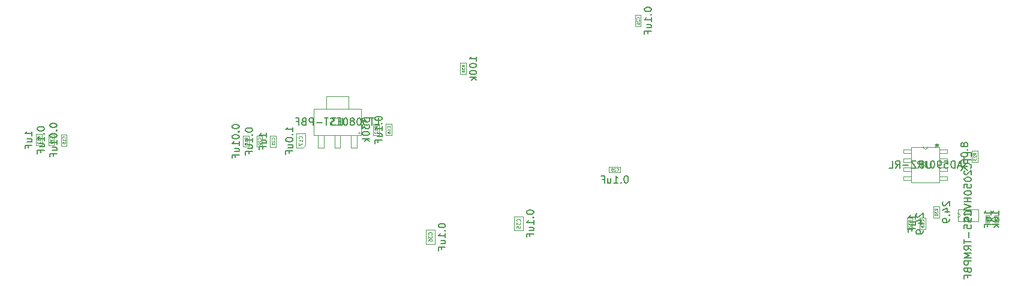
<source format=gbr>
%TF.GenerationSoftware,KiCad,Pcbnew,9.0.3*%
%TF.CreationDate,2025-09-16T12:03:33-04:00*%
%TF.ProjectId,6_COLD_TPC_HV,365f434f-4c44-45f5-9450-435f48562e6b,rev?*%
%TF.SameCoordinates,Original*%
%TF.FileFunction,AssemblyDrawing,Bot*%
%FSLAX46Y46*%
G04 Gerber Fmt 4.6, Leading zero omitted, Abs format (unit mm)*
G04 Created by KiCad (PCBNEW 9.0.3) date 2025-09-16 12:03:33*
%MOMM*%
%LPD*%
G01*
G04 APERTURE LIST*
%ADD10C,0.150000*%
%ADD11C,0.060000*%
%ADD12C,0.080000*%
%ADD13C,0.040000*%
%ADD14C,0.100000*%
%ADD15C,0.025400*%
G04 APERTURE END LIST*
D10*
X262963390Y-134774286D02*
X262915771Y-134679048D01*
X262915771Y-134679048D02*
X262868152Y-134631429D01*
X262868152Y-134631429D02*
X262772914Y-134583810D01*
X262772914Y-134583810D02*
X262725295Y-134583810D01*
X262725295Y-134583810D02*
X262630057Y-134631429D01*
X262630057Y-134631429D02*
X262582438Y-134679048D01*
X262582438Y-134679048D02*
X262534819Y-134774286D01*
X262534819Y-134774286D02*
X262534819Y-134964762D01*
X262534819Y-134964762D02*
X262582438Y-135060000D01*
X262582438Y-135060000D02*
X262630057Y-135107619D01*
X262630057Y-135107619D02*
X262725295Y-135155238D01*
X262725295Y-135155238D02*
X262772914Y-135155238D01*
X262772914Y-135155238D02*
X262868152Y-135107619D01*
X262868152Y-135107619D02*
X262915771Y-135060000D01*
X262915771Y-135060000D02*
X262963390Y-134964762D01*
X262963390Y-134964762D02*
X262963390Y-134774286D01*
X262963390Y-134774286D02*
X263011009Y-134679048D01*
X263011009Y-134679048D02*
X263058628Y-134631429D01*
X263058628Y-134631429D02*
X263153866Y-134583810D01*
X263153866Y-134583810D02*
X263344342Y-134583810D01*
X263344342Y-134583810D02*
X263439580Y-134631429D01*
X263439580Y-134631429D02*
X263487200Y-134679048D01*
X263487200Y-134679048D02*
X263534819Y-134774286D01*
X263534819Y-134774286D02*
X263534819Y-134964762D01*
X263534819Y-134964762D02*
X263487200Y-135060000D01*
X263487200Y-135060000D02*
X263439580Y-135107619D01*
X263439580Y-135107619D02*
X263344342Y-135155238D01*
X263344342Y-135155238D02*
X263153866Y-135155238D01*
X263153866Y-135155238D02*
X263058628Y-135107619D01*
X263058628Y-135107619D02*
X263011009Y-135060000D01*
X263011009Y-135060000D02*
X262963390Y-134964762D01*
X263439580Y-135583810D02*
X263487200Y-135631429D01*
X263487200Y-135631429D02*
X263534819Y-135583810D01*
X263534819Y-135583810D02*
X263487200Y-135536191D01*
X263487200Y-135536191D02*
X263439580Y-135583810D01*
X263439580Y-135583810D02*
X263534819Y-135583810D01*
X262534819Y-136250476D02*
X262534819Y-136345714D01*
X262534819Y-136345714D02*
X262582438Y-136440952D01*
X262582438Y-136440952D02*
X262630057Y-136488571D01*
X262630057Y-136488571D02*
X262725295Y-136536190D01*
X262725295Y-136536190D02*
X262915771Y-136583809D01*
X262915771Y-136583809D02*
X263153866Y-136583809D01*
X263153866Y-136583809D02*
X263344342Y-136536190D01*
X263344342Y-136536190D02*
X263439580Y-136488571D01*
X263439580Y-136488571D02*
X263487200Y-136440952D01*
X263487200Y-136440952D02*
X263534819Y-136345714D01*
X263534819Y-136345714D02*
X263534819Y-136250476D01*
X263534819Y-136250476D02*
X263487200Y-136155238D01*
X263487200Y-136155238D02*
X263439580Y-136107619D01*
X263439580Y-136107619D02*
X263344342Y-136060000D01*
X263344342Y-136060000D02*
X263153866Y-136012381D01*
X263153866Y-136012381D02*
X262915771Y-136012381D01*
X262915771Y-136012381D02*
X262725295Y-136060000D01*
X262725295Y-136060000D02*
X262630057Y-136107619D01*
X262630057Y-136107619D02*
X262582438Y-136155238D01*
X262582438Y-136155238D02*
X262534819Y-136250476D01*
X262534819Y-137440952D02*
X262534819Y-137250476D01*
X262534819Y-137250476D02*
X262582438Y-137155238D01*
X262582438Y-137155238D02*
X262630057Y-137107619D01*
X262630057Y-137107619D02*
X262772914Y-137012381D01*
X262772914Y-137012381D02*
X262963390Y-136964762D01*
X262963390Y-136964762D02*
X263344342Y-136964762D01*
X263344342Y-136964762D02*
X263439580Y-137012381D01*
X263439580Y-137012381D02*
X263487200Y-137060000D01*
X263487200Y-137060000D02*
X263534819Y-137155238D01*
X263534819Y-137155238D02*
X263534819Y-137345714D01*
X263534819Y-137345714D02*
X263487200Y-137440952D01*
X263487200Y-137440952D02*
X263439580Y-137488571D01*
X263439580Y-137488571D02*
X263344342Y-137536190D01*
X263344342Y-137536190D02*
X263106247Y-137536190D01*
X263106247Y-137536190D02*
X263011009Y-137488571D01*
X263011009Y-137488571D02*
X262963390Y-137440952D01*
X262963390Y-137440952D02*
X262915771Y-137345714D01*
X262915771Y-137345714D02*
X262915771Y-137155238D01*
X262915771Y-137155238D02*
X262963390Y-137060000D01*
X262963390Y-137060000D02*
X263011009Y-137012381D01*
X263011009Y-137012381D02*
X263106247Y-136964762D01*
X263534819Y-137964762D02*
X262534819Y-137964762D01*
X263534819Y-138536190D02*
X262963390Y-138107619D01*
X262534819Y-138536190D02*
X263106247Y-137964762D01*
D11*
X264691927Y-136302857D02*
X264501451Y-136169524D01*
X264691927Y-136074286D02*
X264291927Y-136074286D01*
X264291927Y-136074286D02*
X264291927Y-136226667D01*
X264291927Y-136226667D02*
X264310975Y-136264762D01*
X264310975Y-136264762D02*
X264330022Y-136283809D01*
X264330022Y-136283809D02*
X264368118Y-136302857D01*
X264368118Y-136302857D02*
X264425260Y-136302857D01*
X264425260Y-136302857D02*
X264463356Y-136283809D01*
X264463356Y-136283809D02*
X264482403Y-136264762D01*
X264482403Y-136264762D02*
X264501451Y-136226667D01*
X264501451Y-136226667D02*
X264501451Y-136074286D01*
X264330022Y-136455238D02*
X264310975Y-136474286D01*
X264310975Y-136474286D02*
X264291927Y-136512381D01*
X264291927Y-136512381D02*
X264291927Y-136607619D01*
X264291927Y-136607619D02*
X264310975Y-136645714D01*
X264310975Y-136645714D02*
X264330022Y-136664762D01*
X264330022Y-136664762D02*
X264368118Y-136683809D01*
X264368118Y-136683809D02*
X264406213Y-136683809D01*
X264406213Y-136683809D02*
X264463356Y-136664762D01*
X264463356Y-136664762D02*
X264691927Y-136436190D01*
X264691927Y-136436190D02*
X264691927Y-136683809D01*
X264291927Y-136817142D02*
X264291927Y-137064761D01*
X264291927Y-137064761D02*
X264444308Y-136931428D01*
X264444308Y-136931428D02*
X264444308Y-136988571D01*
X264444308Y-136988571D02*
X264463356Y-137026666D01*
X264463356Y-137026666D02*
X264482403Y-137045714D01*
X264482403Y-137045714D02*
X264520499Y-137064761D01*
X264520499Y-137064761D02*
X264615737Y-137064761D01*
X264615737Y-137064761D02*
X264653832Y-137045714D01*
X264653832Y-137045714D02*
X264672880Y-137026666D01*
X264672880Y-137026666D02*
X264691927Y-136988571D01*
X264691927Y-136988571D02*
X264691927Y-136874285D01*
X264691927Y-136874285D02*
X264672880Y-136836190D01*
X264672880Y-136836190D02*
X264653832Y-136817142D01*
D10*
X188789819Y-146267143D02*
X188789819Y-146362381D01*
X188789819Y-146362381D02*
X188837438Y-146457619D01*
X188837438Y-146457619D02*
X188885057Y-146505238D01*
X188885057Y-146505238D02*
X188980295Y-146552857D01*
X188980295Y-146552857D02*
X189170771Y-146600476D01*
X189170771Y-146600476D02*
X189408866Y-146600476D01*
X189408866Y-146600476D02*
X189599342Y-146552857D01*
X189599342Y-146552857D02*
X189694580Y-146505238D01*
X189694580Y-146505238D02*
X189742200Y-146457619D01*
X189742200Y-146457619D02*
X189789819Y-146362381D01*
X189789819Y-146362381D02*
X189789819Y-146267143D01*
X189789819Y-146267143D02*
X189742200Y-146171905D01*
X189742200Y-146171905D02*
X189694580Y-146124286D01*
X189694580Y-146124286D02*
X189599342Y-146076667D01*
X189599342Y-146076667D02*
X189408866Y-146029048D01*
X189408866Y-146029048D02*
X189170771Y-146029048D01*
X189170771Y-146029048D02*
X188980295Y-146076667D01*
X188980295Y-146076667D02*
X188885057Y-146124286D01*
X188885057Y-146124286D02*
X188837438Y-146171905D01*
X188837438Y-146171905D02*
X188789819Y-146267143D01*
X189694580Y-147029048D02*
X189742200Y-147076667D01*
X189742200Y-147076667D02*
X189789819Y-147029048D01*
X189789819Y-147029048D02*
X189742200Y-146981429D01*
X189742200Y-146981429D02*
X189694580Y-147029048D01*
X189694580Y-147029048D02*
X189789819Y-147029048D01*
X189789819Y-148029047D02*
X189789819Y-147457619D01*
X189789819Y-147743333D02*
X188789819Y-147743333D01*
X188789819Y-147743333D02*
X188932676Y-147648095D01*
X188932676Y-147648095D02*
X189027914Y-147552857D01*
X189027914Y-147552857D02*
X189075533Y-147457619D01*
X189123152Y-148886190D02*
X189789819Y-148886190D01*
X189123152Y-148457619D02*
X189646961Y-148457619D01*
X189646961Y-148457619D02*
X189742200Y-148505238D01*
X189742200Y-148505238D02*
X189789819Y-148600476D01*
X189789819Y-148600476D02*
X189789819Y-148743333D01*
X189789819Y-148743333D02*
X189742200Y-148838571D01*
X189742200Y-148838571D02*
X189694580Y-148886190D01*
X189266009Y-149695714D02*
X189266009Y-149362381D01*
X189789819Y-149362381D02*
X188789819Y-149362381D01*
X188789819Y-149362381D02*
X188789819Y-149838571D01*
D12*
X187834530Y-147588571D02*
X187858340Y-147564762D01*
X187858340Y-147564762D02*
X187882149Y-147493333D01*
X187882149Y-147493333D02*
X187882149Y-147445714D01*
X187882149Y-147445714D02*
X187858340Y-147374286D01*
X187858340Y-147374286D02*
X187810720Y-147326667D01*
X187810720Y-147326667D02*
X187763101Y-147302857D01*
X187763101Y-147302857D02*
X187667863Y-147279048D01*
X187667863Y-147279048D02*
X187596435Y-147279048D01*
X187596435Y-147279048D02*
X187501197Y-147302857D01*
X187501197Y-147302857D02*
X187453578Y-147326667D01*
X187453578Y-147326667D02*
X187405959Y-147374286D01*
X187405959Y-147374286D02*
X187382149Y-147445714D01*
X187382149Y-147445714D02*
X187382149Y-147493333D01*
X187382149Y-147493333D02*
X187405959Y-147564762D01*
X187405959Y-147564762D02*
X187429768Y-147588571D01*
X187382149Y-147755238D02*
X187382149Y-148064762D01*
X187382149Y-148064762D02*
X187572625Y-147898095D01*
X187572625Y-147898095D02*
X187572625Y-147969524D01*
X187572625Y-147969524D02*
X187596435Y-148017143D01*
X187596435Y-148017143D02*
X187620244Y-148040952D01*
X187620244Y-148040952D02*
X187667863Y-148064762D01*
X187667863Y-148064762D02*
X187786911Y-148064762D01*
X187786911Y-148064762D02*
X187834530Y-148040952D01*
X187834530Y-148040952D02*
X187858340Y-148017143D01*
X187858340Y-148017143D02*
X187882149Y-147969524D01*
X187882149Y-147969524D02*
X187882149Y-147826667D01*
X187882149Y-147826667D02*
X187858340Y-147779048D01*
X187858340Y-147779048D02*
X187834530Y-147755238D01*
X187382149Y-148493333D02*
X187382149Y-148398095D01*
X187382149Y-148398095D02*
X187405959Y-148350476D01*
X187405959Y-148350476D02*
X187429768Y-148326666D01*
X187429768Y-148326666D02*
X187501197Y-148279047D01*
X187501197Y-148279047D02*
X187596435Y-148255238D01*
X187596435Y-148255238D02*
X187786911Y-148255238D01*
X187786911Y-148255238D02*
X187834530Y-148279047D01*
X187834530Y-148279047D02*
X187858340Y-148302857D01*
X187858340Y-148302857D02*
X187882149Y-148350476D01*
X187882149Y-148350476D02*
X187882149Y-148445714D01*
X187882149Y-148445714D02*
X187858340Y-148493333D01*
X187858340Y-148493333D02*
X187834530Y-148517142D01*
X187834530Y-148517142D02*
X187786911Y-148540952D01*
X187786911Y-148540952D02*
X187667863Y-148540952D01*
X187667863Y-148540952D02*
X187620244Y-148517142D01*
X187620244Y-148517142D02*
X187596435Y-148493333D01*
X187596435Y-148493333D02*
X187572625Y-148445714D01*
X187572625Y-148445714D02*
X187572625Y-148350476D01*
X187572625Y-148350476D02*
X187596435Y-148302857D01*
X187596435Y-148302857D02*
X187620244Y-148279047D01*
X187620244Y-148279047D02*
X187667863Y-148255238D01*
D10*
X256154819Y-145399761D02*
X256154819Y-144828333D01*
X256154819Y-145114047D02*
X255154819Y-145114047D01*
X255154819Y-145114047D02*
X255297676Y-145018809D01*
X255297676Y-145018809D02*
X255392914Y-144923571D01*
X255392914Y-144923571D02*
X255440533Y-144828333D01*
X255488152Y-146256904D02*
X256154819Y-146256904D01*
X255488152Y-145828333D02*
X256011961Y-145828333D01*
X256011961Y-145828333D02*
X256107200Y-145875952D01*
X256107200Y-145875952D02*
X256154819Y-145971190D01*
X256154819Y-145971190D02*
X256154819Y-146114047D01*
X256154819Y-146114047D02*
X256107200Y-146209285D01*
X256107200Y-146209285D02*
X256059580Y-146256904D01*
X255631009Y-147066428D02*
X255631009Y-146733095D01*
X256154819Y-146733095D02*
X255154819Y-146733095D01*
X255154819Y-146733095D02*
X255154819Y-147209285D01*
D11*
X257273832Y-145737857D02*
X257292880Y-145718809D01*
X257292880Y-145718809D02*
X257311927Y-145661667D01*
X257311927Y-145661667D02*
X257311927Y-145623571D01*
X257311927Y-145623571D02*
X257292880Y-145566428D01*
X257292880Y-145566428D02*
X257254784Y-145528333D01*
X257254784Y-145528333D02*
X257216689Y-145509286D01*
X257216689Y-145509286D02*
X257140499Y-145490238D01*
X257140499Y-145490238D02*
X257083356Y-145490238D01*
X257083356Y-145490238D02*
X257007165Y-145509286D01*
X257007165Y-145509286D02*
X256969070Y-145528333D01*
X256969070Y-145528333D02*
X256930975Y-145566428D01*
X256930975Y-145566428D02*
X256911927Y-145623571D01*
X256911927Y-145623571D02*
X256911927Y-145661667D01*
X256911927Y-145661667D02*
X256930975Y-145718809D01*
X256930975Y-145718809D02*
X256950022Y-145737857D01*
X256911927Y-145871190D02*
X256911927Y-146118809D01*
X256911927Y-146118809D02*
X257064308Y-145985476D01*
X257064308Y-145985476D02*
X257064308Y-146042619D01*
X257064308Y-146042619D02*
X257083356Y-146080714D01*
X257083356Y-146080714D02*
X257102403Y-146099762D01*
X257102403Y-146099762D02*
X257140499Y-146118809D01*
X257140499Y-146118809D02*
X257235737Y-146118809D01*
X257235737Y-146118809D02*
X257273832Y-146099762D01*
X257273832Y-146099762D02*
X257292880Y-146080714D01*
X257292880Y-146080714D02*
X257311927Y-146042619D01*
X257311927Y-146042619D02*
X257311927Y-145928333D01*
X257311927Y-145928333D02*
X257292880Y-145890238D01*
X257292880Y-145890238D02*
X257273832Y-145871190D01*
X256911927Y-146252142D02*
X256911927Y-146499761D01*
X256911927Y-146499761D02*
X257064308Y-146366428D01*
X257064308Y-146366428D02*
X257064308Y-146423571D01*
X257064308Y-146423571D02*
X257083356Y-146461666D01*
X257083356Y-146461666D02*
X257102403Y-146480714D01*
X257102403Y-146480714D02*
X257140499Y-146499761D01*
X257140499Y-146499761D02*
X257235737Y-146499761D01*
X257235737Y-146499761D02*
X257273832Y-146480714D01*
X257273832Y-146480714D02*
X257292880Y-146461666D01*
X257292880Y-146461666D02*
X257311927Y-146423571D01*
X257311927Y-146423571D02*
X257311927Y-146309285D01*
X257311927Y-146309285D02*
X257292880Y-146271190D01*
X257292880Y-146271190D02*
X257273832Y-146252142D01*
D10*
X159674819Y-132260952D02*
X159674819Y-132356190D01*
X159674819Y-132356190D02*
X159722438Y-132451428D01*
X159722438Y-132451428D02*
X159770057Y-132499047D01*
X159770057Y-132499047D02*
X159865295Y-132546666D01*
X159865295Y-132546666D02*
X160055771Y-132594285D01*
X160055771Y-132594285D02*
X160293866Y-132594285D01*
X160293866Y-132594285D02*
X160484342Y-132546666D01*
X160484342Y-132546666D02*
X160579580Y-132499047D01*
X160579580Y-132499047D02*
X160627200Y-132451428D01*
X160627200Y-132451428D02*
X160674819Y-132356190D01*
X160674819Y-132356190D02*
X160674819Y-132260952D01*
X160674819Y-132260952D02*
X160627200Y-132165714D01*
X160627200Y-132165714D02*
X160579580Y-132118095D01*
X160579580Y-132118095D02*
X160484342Y-132070476D01*
X160484342Y-132070476D02*
X160293866Y-132022857D01*
X160293866Y-132022857D02*
X160055771Y-132022857D01*
X160055771Y-132022857D02*
X159865295Y-132070476D01*
X159865295Y-132070476D02*
X159770057Y-132118095D01*
X159770057Y-132118095D02*
X159722438Y-132165714D01*
X159722438Y-132165714D02*
X159674819Y-132260952D01*
X160579580Y-133022857D02*
X160627200Y-133070476D01*
X160627200Y-133070476D02*
X160674819Y-133022857D01*
X160674819Y-133022857D02*
X160627200Y-132975238D01*
X160627200Y-132975238D02*
X160579580Y-133022857D01*
X160579580Y-133022857D02*
X160674819Y-133022857D01*
X159674819Y-133689523D02*
X159674819Y-133784761D01*
X159674819Y-133784761D02*
X159722438Y-133879999D01*
X159722438Y-133879999D02*
X159770057Y-133927618D01*
X159770057Y-133927618D02*
X159865295Y-133975237D01*
X159865295Y-133975237D02*
X160055771Y-134022856D01*
X160055771Y-134022856D02*
X160293866Y-134022856D01*
X160293866Y-134022856D02*
X160484342Y-133975237D01*
X160484342Y-133975237D02*
X160579580Y-133927618D01*
X160579580Y-133927618D02*
X160627200Y-133879999D01*
X160627200Y-133879999D02*
X160674819Y-133784761D01*
X160674819Y-133784761D02*
X160674819Y-133689523D01*
X160674819Y-133689523D02*
X160627200Y-133594285D01*
X160627200Y-133594285D02*
X160579580Y-133546666D01*
X160579580Y-133546666D02*
X160484342Y-133499047D01*
X160484342Y-133499047D02*
X160293866Y-133451428D01*
X160293866Y-133451428D02*
X160055771Y-133451428D01*
X160055771Y-133451428D02*
X159865295Y-133499047D01*
X159865295Y-133499047D02*
X159770057Y-133546666D01*
X159770057Y-133546666D02*
X159722438Y-133594285D01*
X159722438Y-133594285D02*
X159674819Y-133689523D01*
X160674819Y-134975237D02*
X160674819Y-134403809D01*
X160674819Y-134689523D02*
X159674819Y-134689523D01*
X159674819Y-134689523D02*
X159817676Y-134594285D01*
X159817676Y-134594285D02*
X159912914Y-134499047D01*
X159912914Y-134499047D02*
X159960533Y-134403809D01*
X160008152Y-135832380D02*
X160674819Y-135832380D01*
X160008152Y-135403809D02*
X160531961Y-135403809D01*
X160531961Y-135403809D02*
X160627200Y-135451428D01*
X160627200Y-135451428D02*
X160674819Y-135546666D01*
X160674819Y-135546666D02*
X160674819Y-135689523D01*
X160674819Y-135689523D02*
X160627200Y-135784761D01*
X160627200Y-135784761D02*
X160579580Y-135832380D01*
X160151009Y-136641904D02*
X160151009Y-136308571D01*
X160674819Y-136308571D02*
X159674819Y-136308571D01*
X159674819Y-136308571D02*
X159674819Y-136784761D01*
D11*
X161793832Y-134122857D02*
X161812880Y-134103809D01*
X161812880Y-134103809D02*
X161831927Y-134046667D01*
X161831927Y-134046667D02*
X161831927Y-134008571D01*
X161831927Y-134008571D02*
X161812880Y-133951428D01*
X161812880Y-133951428D02*
X161774784Y-133913333D01*
X161774784Y-133913333D02*
X161736689Y-133894286D01*
X161736689Y-133894286D02*
X161660499Y-133875238D01*
X161660499Y-133875238D02*
X161603356Y-133875238D01*
X161603356Y-133875238D02*
X161527165Y-133894286D01*
X161527165Y-133894286D02*
X161489070Y-133913333D01*
X161489070Y-133913333D02*
X161450975Y-133951428D01*
X161450975Y-133951428D02*
X161431927Y-134008571D01*
X161431927Y-134008571D02*
X161431927Y-134046667D01*
X161431927Y-134046667D02*
X161450975Y-134103809D01*
X161450975Y-134103809D02*
X161470022Y-134122857D01*
X161831927Y-134503809D02*
X161831927Y-134275238D01*
X161831927Y-134389524D02*
X161431927Y-134389524D01*
X161431927Y-134389524D02*
X161489070Y-134351428D01*
X161489070Y-134351428D02*
X161527165Y-134313333D01*
X161527165Y-134313333D02*
X161546213Y-134275238D01*
X161603356Y-134732380D02*
X161584308Y-134694285D01*
X161584308Y-134694285D02*
X161565260Y-134675238D01*
X161565260Y-134675238D02*
X161527165Y-134656190D01*
X161527165Y-134656190D02*
X161508118Y-134656190D01*
X161508118Y-134656190D02*
X161470022Y-134675238D01*
X161470022Y-134675238D02*
X161450975Y-134694285D01*
X161450975Y-134694285D02*
X161431927Y-134732380D01*
X161431927Y-134732380D02*
X161431927Y-134808571D01*
X161431927Y-134808571D02*
X161450975Y-134846666D01*
X161450975Y-134846666D02*
X161470022Y-134865714D01*
X161470022Y-134865714D02*
X161508118Y-134884761D01*
X161508118Y-134884761D02*
X161527165Y-134884761D01*
X161527165Y-134884761D02*
X161565260Y-134865714D01*
X161565260Y-134865714D02*
X161584308Y-134846666D01*
X161584308Y-134846666D02*
X161603356Y-134808571D01*
X161603356Y-134808571D02*
X161603356Y-134732380D01*
X161603356Y-134732380D02*
X161622403Y-134694285D01*
X161622403Y-134694285D02*
X161641451Y-134675238D01*
X161641451Y-134675238D02*
X161679546Y-134656190D01*
X161679546Y-134656190D02*
X161755737Y-134656190D01*
X161755737Y-134656190D02*
X161793832Y-134675238D01*
X161793832Y-134675238D02*
X161812880Y-134694285D01*
X161812880Y-134694285D02*
X161831927Y-134732380D01*
X161831927Y-134732380D02*
X161831927Y-134808571D01*
X161831927Y-134808571D02*
X161812880Y-134846666D01*
X161812880Y-134846666D02*
X161793832Y-134865714D01*
X161793832Y-134865714D02*
X161755737Y-134884761D01*
X161755737Y-134884761D02*
X161679546Y-134884761D01*
X161679546Y-134884761D02*
X161641451Y-134865714D01*
X161641451Y-134865714D02*
X161622403Y-134846666D01*
X161622403Y-134846666D02*
X161603356Y-134808571D01*
D10*
X132184819Y-132567143D02*
X132184819Y-132662381D01*
X132184819Y-132662381D02*
X132232438Y-132757619D01*
X132232438Y-132757619D02*
X132280057Y-132805238D01*
X132280057Y-132805238D02*
X132375295Y-132852857D01*
X132375295Y-132852857D02*
X132565771Y-132900476D01*
X132565771Y-132900476D02*
X132803866Y-132900476D01*
X132803866Y-132900476D02*
X132994342Y-132852857D01*
X132994342Y-132852857D02*
X133089580Y-132805238D01*
X133089580Y-132805238D02*
X133137200Y-132757619D01*
X133137200Y-132757619D02*
X133184819Y-132662381D01*
X133184819Y-132662381D02*
X133184819Y-132567143D01*
X133184819Y-132567143D02*
X133137200Y-132471905D01*
X133137200Y-132471905D02*
X133089580Y-132424286D01*
X133089580Y-132424286D02*
X132994342Y-132376667D01*
X132994342Y-132376667D02*
X132803866Y-132329048D01*
X132803866Y-132329048D02*
X132565771Y-132329048D01*
X132565771Y-132329048D02*
X132375295Y-132376667D01*
X132375295Y-132376667D02*
X132280057Y-132424286D01*
X132280057Y-132424286D02*
X132232438Y-132471905D01*
X132232438Y-132471905D02*
X132184819Y-132567143D01*
X133089580Y-133329048D02*
X133137200Y-133376667D01*
X133137200Y-133376667D02*
X133184819Y-133329048D01*
X133184819Y-133329048D02*
X133137200Y-133281429D01*
X133137200Y-133281429D02*
X133089580Y-133329048D01*
X133089580Y-133329048D02*
X133184819Y-133329048D01*
X133184819Y-134329047D02*
X133184819Y-133757619D01*
X133184819Y-134043333D02*
X132184819Y-134043333D01*
X132184819Y-134043333D02*
X132327676Y-133948095D01*
X132327676Y-133948095D02*
X132422914Y-133852857D01*
X132422914Y-133852857D02*
X132470533Y-133757619D01*
X132518152Y-135186190D02*
X133184819Y-135186190D01*
X132518152Y-134757619D02*
X133041961Y-134757619D01*
X133041961Y-134757619D02*
X133137200Y-134805238D01*
X133137200Y-134805238D02*
X133184819Y-134900476D01*
X133184819Y-134900476D02*
X133184819Y-135043333D01*
X133184819Y-135043333D02*
X133137200Y-135138571D01*
X133137200Y-135138571D02*
X133089580Y-135186190D01*
X132661009Y-135995714D02*
X132661009Y-135662381D01*
X133184819Y-135662381D02*
X132184819Y-135662381D01*
X132184819Y-135662381D02*
X132184819Y-136138571D01*
D11*
X134303832Y-133952857D02*
X134322880Y-133933809D01*
X134322880Y-133933809D02*
X134341927Y-133876667D01*
X134341927Y-133876667D02*
X134341927Y-133838571D01*
X134341927Y-133838571D02*
X134322880Y-133781428D01*
X134322880Y-133781428D02*
X134284784Y-133743333D01*
X134284784Y-133743333D02*
X134246689Y-133724286D01*
X134246689Y-133724286D02*
X134170499Y-133705238D01*
X134170499Y-133705238D02*
X134113356Y-133705238D01*
X134113356Y-133705238D02*
X134037165Y-133724286D01*
X134037165Y-133724286D02*
X133999070Y-133743333D01*
X133999070Y-133743333D02*
X133960975Y-133781428D01*
X133960975Y-133781428D02*
X133941927Y-133838571D01*
X133941927Y-133838571D02*
X133941927Y-133876667D01*
X133941927Y-133876667D02*
X133960975Y-133933809D01*
X133960975Y-133933809D02*
X133980022Y-133952857D01*
X134341927Y-134333809D02*
X134341927Y-134105238D01*
X134341927Y-134219524D02*
X133941927Y-134219524D01*
X133941927Y-134219524D02*
X133999070Y-134181428D01*
X133999070Y-134181428D02*
X134037165Y-134143333D01*
X134037165Y-134143333D02*
X134056213Y-134105238D01*
X134075260Y-134676666D02*
X134341927Y-134676666D01*
X133922880Y-134581428D02*
X134208594Y-134486190D01*
X134208594Y-134486190D02*
X134208594Y-134733809D01*
D10*
X194184819Y-123018571D02*
X194184819Y-122447143D01*
X194184819Y-122732857D02*
X193184819Y-122732857D01*
X193184819Y-122732857D02*
X193327676Y-122637619D01*
X193327676Y-122637619D02*
X193422914Y-122542381D01*
X193422914Y-122542381D02*
X193470533Y-122447143D01*
X193184819Y-123637619D02*
X193184819Y-123732857D01*
X193184819Y-123732857D02*
X193232438Y-123828095D01*
X193232438Y-123828095D02*
X193280057Y-123875714D01*
X193280057Y-123875714D02*
X193375295Y-123923333D01*
X193375295Y-123923333D02*
X193565771Y-123970952D01*
X193565771Y-123970952D02*
X193803866Y-123970952D01*
X193803866Y-123970952D02*
X193994342Y-123923333D01*
X193994342Y-123923333D02*
X194089580Y-123875714D01*
X194089580Y-123875714D02*
X194137200Y-123828095D01*
X194137200Y-123828095D02*
X194184819Y-123732857D01*
X194184819Y-123732857D02*
X194184819Y-123637619D01*
X194184819Y-123637619D02*
X194137200Y-123542381D01*
X194137200Y-123542381D02*
X194089580Y-123494762D01*
X194089580Y-123494762D02*
X193994342Y-123447143D01*
X193994342Y-123447143D02*
X193803866Y-123399524D01*
X193803866Y-123399524D02*
X193565771Y-123399524D01*
X193565771Y-123399524D02*
X193375295Y-123447143D01*
X193375295Y-123447143D02*
X193280057Y-123494762D01*
X193280057Y-123494762D02*
X193232438Y-123542381D01*
X193232438Y-123542381D02*
X193184819Y-123637619D01*
X193184819Y-124590000D02*
X193184819Y-124685238D01*
X193184819Y-124685238D02*
X193232438Y-124780476D01*
X193232438Y-124780476D02*
X193280057Y-124828095D01*
X193280057Y-124828095D02*
X193375295Y-124875714D01*
X193375295Y-124875714D02*
X193565771Y-124923333D01*
X193565771Y-124923333D02*
X193803866Y-124923333D01*
X193803866Y-124923333D02*
X193994342Y-124875714D01*
X193994342Y-124875714D02*
X194089580Y-124828095D01*
X194089580Y-124828095D02*
X194137200Y-124780476D01*
X194137200Y-124780476D02*
X194184819Y-124685238D01*
X194184819Y-124685238D02*
X194184819Y-124590000D01*
X194184819Y-124590000D02*
X194137200Y-124494762D01*
X194137200Y-124494762D02*
X194089580Y-124447143D01*
X194089580Y-124447143D02*
X193994342Y-124399524D01*
X193994342Y-124399524D02*
X193803866Y-124351905D01*
X193803866Y-124351905D02*
X193565771Y-124351905D01*
X193565771Y-124351905D02*
X193375295Y-124399524D01*
X193375295Y-124399524D02*
X193280057Y-124447143D01*
X193280057Y-124447143D02*
X193232438Y-124494762D01*
X193232438Y-124494762D02*
X193184819Y-124590000D01*
X194184819Y-125351905D02*
X193184819Y-125351905D01*
X193803866Y-125447143D02*
X194184819Y-125732857D01*
X193518152Y-125732857D02*
X193899104Y-125351905D01*
D11*
X192481927Y-123832857D02*
X192291451Y-123699524D01*
X192481927Y-123604286D02*
X192081927Y-123604286D01*
X192081927Y-123604286D02*
X192081927Y-123756667D01*
X192081927Y-123756667D02*
X192100975Y-123794762D01*
X192100975Y-123794762D02*
X192120022Y-123813809D01*
X192120022Y-123813809D02*
X192158118Y-123832857D01*
X192158118Y-123832857D02*
X192215260Y-123832857D01*
X192215260Y-123832857D02*
X192253356Y-123813809D01*
X192253356Y-123813809D02*
X192272403Y-123794762D01*
X192272403Y-123794762D02*
X192291451Y-123756667D01*
X192291451Y-123756667D02*
X192291451Y-123604286D01*
X192081927Y-123966190D02*
X192081927Y-124213809D01*
X192081927Y-124213809D02*
X192234308Y-124080476D01*
X192234308Y-124080476D02*
X192234308Y-124137619D01*
X192234308Y-124137619D02*
X192253356Y-124175714D01*
X192253356Y-124175714D02*
X192272403Y-124194762D01*
X192272403Y-124194762D02*
X192310499Y-124213809D01*
X192310499Y-124213809D02*
X192405737Y-124213809D01*
X192405737Y-124213809D02*
X192443832Y-124194762D01*
X192443832Y-124194762D02*
X192462880Y-124175714D01*
X192462880Y-124175714D02*
X192481927Y-124137619D01*
X192481927Y-124137619D02*
X192481927Y-124023333D01*
X192481927Y-124023333D02*
X192462880Y-123985238D01*
X192462880Y-123985238D02*
X192443832Y-123966190D01*
X192253356Y-124442380D02*
X192234308Y-124404285D01*
X192234308Y-124404285D02*
X192215260Y-124385238D01*
X192215260Y-124385238D02*
X192177165Y-124366190D01*
X192177165Y-124366190D02*
X192158118Y-124366190D01*
X192158118Y-124366190D02*
X192120022Y-124385238D01*
X192120022Y-124385238D02*
X192100975Y-124404285D01*
X192100975Y-124404285D02*
X192081927Y-124442380D01*
X192081927Y-124442380D02*
X192081927Y-124518571D01*
X192081927Y-124518571D02*
X192100975Y-124556666D01*
X192100975Y-124556666D02*
X192120022Y-124575714D01*
X192120022Y-124575714D02*
X192158118Y-124594761D01*
X192158118Y-124594761D02*
X192177165Y-124594761D01*
X192177165Y-124594761D02*
X192215260Y-124575714D01*
X192215260Y-124575714D02*
X192234308Y-124556666D01*
X192234308Y-124556666D02*
X192253356Y-124518571D01*
X192253356Y-124518571D02*
X192253356Y-124442380D01*
X192253356Y-124442380D02*
X192272403Y-124404285D01*
X192272403Y-124404285D02*
X192291451Y-124385238D01*
X192291451Y-124385238D02*
X192329546Y-124366190D01*
X192329546Y-124366190D02*
X192405737Y-124366190D01*
X192405737Y-124366190D02*
X192443832Y-124385238D01*
X192443832Y-124385238D02*
X192462880Y-124404285D01*
X192462880Y-124404285D02*
X192481927Y-124442380D01*
X192481927Y-124442380D02*
X192481927Y-124518571D01*
X192481927Y-124518571D02*
X192462880Y-124556666D01*
X192462880Y-124556666D02*
X192443832Y-124575714D01*
X192443832Y-124575714D02*
X192405737Y-124594761D01*
X192405737Y-124594761D02*
X192329546Y-124594761D01*
X192329546Y-124594761D02*
X192291451Y-124575714D01*
X192291451Y-124575714D02*
X192272403Y-124556666D01*
X192272403Y-124556666D02*
X192253356Y-124518571D01*
D10*
X262601418Y-137874104D02*
X262125228Y-137874104D01*
X262696656Y-138159819D02*
X262363323Y-137159819D01*
X262363323Y-137159819D02*
X262029990Y-138159819D01*
X261696656Y-138159819D02*
X261696656Y-137159819D01*
X261696656Y-137159819D02*
X261458561Y-137159819D01*
X261458561Y-137159819D02*
X261315704Y-137207438D01*
X261315704Y-137207438D02*
X261220466Y-137302676D01*
X261220466Y-137302676D02*
X261172847Y-137397914D01*
X261172847Y-137397914D02*
X261125228Y-137588390D01*
X261125228Y-137588390D02*
X261125228Y-137731247D01*
X261125228Y-137731247D02*
X261172847Y-137921723D01*
X261172847Y-137921723D02*
X261220466Y-138016961D01*
X261220466Y-138016961D02*
X261315704Y-138112200D01*
X261315704Y-138112200D02*
X261458561Y-138159819D01*
X261458561Y-138159819D02*
X261696656Y-138159819D01*
X260220466Y-137159819D02*
X260696656Y-137159819D01*
X260696656Y-137159819D02*
X260744275Y-137636009D01*
X260744275Y-137636009D02*
X260696656Y-137588390D01*
X260696656Y-137588390D02*
X260601418Y-137540771D01*
X260601418Y-137540771D02*
X260363323Y-137540771D01*
X260363323Y-137540771D02*
X260268085Y-137588390D01*
X260268085Y-137588390D02*
X260220466Y-137636009D01*
X260220466Y-137636009D02*
X260172847Y-137731247D01*
X260172847Y-137731247D02*
X260172847Y-137969342D01*
X260172847Y-137969342D02*
X260220466Y-138064580D01*
X260220466Y-138064580D02*
X260268085Y-138112200D01*
X260268085Y-138112200D02*
X260363323Y-138159819D01*
X260363323Y-138159819D02*
X260601418Y-138159819D01*
X260601418Y-138159819D02*
X260696656Y-138112200D01*
X260696656Y-138112200D02*
X260744275Y-138064580D01*
X259696656Y-138159819D02*
X259506180Y-138159819D01*
X259506180Y-138159819D02*
X259410942Y-138112200D01*
X259410942Y-138112200D02*
X259363323Y-138064580D01*
X259363323Y-138064580D02*
X259268085Y-137921723D01*
X259268085Y-137921723D02*
X259220466Y-137731247D01*
X259220466Y-137731247D02*
X259220466Y-137350295D01*
X259220466Y-137350295D02*
X259268085Y-137255057D01*
X259268085Y-137255057D02*
X259315704Y-137207438D01*
X259315704Y-137207438D02*
X259410942Y-137159819D01*
X259410942Y-137159819D02*
X259601418Y-137159819D01*
X259601418Y-137159819D02*
X259696656Y-137207438D01*
X259696656Y-137207438D02*
X259744275Y-137255057D01*
X259744275Y-137255057D02*
X259791894Y-137350295D01*
X259791894Y-137350295D02*
X259791894Y-137588390D01*
X259791894Y-137588390D02*
X259744275Y-137683628D01*
X259744275Y-137683628D02*
X259696656Y-137731247D01*
X259696656Y-137731247D02*
X259601418Y-137778866D01*
X259601418Y-137778866D02*
X259410942Y-137778866D01*
X259410942Y-137778866D02*
X259315704Y-137731247D01*
X259315704Y-137731247D02*
X259268085Y-137683628D01*
X259268085Y-137683628D02*
X259220466Y-137588390D01*
X258601418Y-137159819D02*
X258506180Y-137159819D01*
X258506180Y-137159819D02*
X258410942Y-137207438D01*
X258410942Y-137207438D02*
X258363323Y-137255057D01*
X258363323Y-137255057D02*
X258315704Y-137350295D01*
X258315704Y-137350295D02*
X258268085Y-137540771D01*
X258268085Y-137540771D02*
X258268085Y-137778866D01*
X258268085Y-137778866D02*
X258315704Y-137969342D01*
X258315704Y-137969342D02*
X258363323Y-138064580D01*
X258363323Y-138064580D02*
X258410942Y-138112200D01*
X258410942Y-138112200D02*
X258506180Y-138159819D01*
X258506180Y-138159819D02*
X258601418Y-138159819D01*
X258601418Y-138159819D02*
X258696656Y-138112200D01*
X258696656Y-138112200D02*
X258744275Y-138064580D01*
X258744275Y-138064580D02*
X258791894Y-137969342D01*
X258791894Y-137969342D02*
X258839513Y-137778866D01*
X258839513Y-137778866D02*
X258839513Y-137540771D01*
X258839513Y-137540771D02*
X258791894Y-137350295D01*
X258791894Y-137350295D02*
X258744275Y-137255057D01*
X258744275Y-137255057D02*
X258696656Y-137207438D01*
X258696656Y-137207438D02*
X258601418Y-137159819D01*
X257553799Y-137159819D02*
X257553799Y-137874104D01*
X257553799Y-137874104D02*
X257601418Y-138016961D01*
X257601418Y-138016961D02*
X257696656Y-138112200D01*
X257696656Y-138112200D02*
X257839513Y-138159819D01*
X257839513Y-138159819D02*
X257934751Y-138159819D01*
X256506180Y-138159819D02*
X256839513Y-137683628D01*
X257077608Y-138159819D02*
X257077608Y-137159819D01*
X257077608Y-137159819D02*
X256696656Y-137159819D01*
X256696656Y-137159819D02*
X256601418Y-137207438D01*
X256601418Y-137207438D02*
X256553799Y-137255057D01*
X256553799Y-137255057D02*
X256506180Y-137350295D01*
X256506180Y-137350295D02*
X256506180Y-137493152D01*
X256506180Y-137493152D02*
X256553799Y-137588390D01*
X256553799Y-137588390D02*
X256601418Y-137636009D01*
X256601418Y-137636009D02*
X256696656Y-137683628D01*
X256696656Y-137683628D02*
X257077608Y-137683628D01*
X256172846Y-137159819D02*
X255506180Y-137159819D01*
X255506180Y-137159819D02*
X256172846Y-138159819D01*
X256172846Y-138159819D02*
X255506180Y-138159819D01*
X255125227Y-137778866D02*
X254363323Y-137778866D01*
X253315704Y-138159819D02*
X253649037Y-137683628D01*
X253887132Y-138159819D02*
X253887132Y-137159819D01*
X253887132Y-137159819D02*
X253506180Y-137159819D01*
X253506180Y-137159819D02*
X253410942Y-137207438D01*
X253410942Y-137207438D02*
X253363323Y-137255057D01*
X253363323Y-137255057D02*
X253315704Y-137350295D01*
X253315704Y-137350295D02*
X253315704Y-137493152D01*
X253315704Y-137493152D02*
X253363323Y-137588390D01*
X253363323Y-137588390D02*
X253410942Y-137636009D01*
X253410942Y-137636009D02*
X253506180Y-137683628D01*
X253506180Y-137683628D02*
X253887132Y-137683628D01*
X252410942Y-138159819D02*
X252887132Y-138159819D01*
X252887132Y-138159819D02*
X252887132Y-137159819D01*
X258315704Y-137159819D02*
X258315704Y-137969342D01*
X258315704Y-137969342D02*
X258268085Y-138064580D01*
X258268085Y-138064580D02*
X258220466Y-138112200D01*
X258220466Y-138112200D02*
X258125228Y-138159819D01*
X258125228Y-138159819D02*
X257934752Y-138159819D01*
X257934752Y-138159819D02*
X257839514Y-138112200D01*
X257839514Y-138112200D02*
X257791895Y-138064580D01*
X257791895Y-138064580D02*
X257744276Y-137969342D01*
X257744276Y-137969342D02*
X257744276Y-137159819D01*
X257125228Y-137588390D02*
X257220466Y-137540771D01*
X257220466Y-137540771D02*
X257268085Y-137493152D01*
X257268085Y-137493152D02*
X257315704Y-137397914D01*
X257315704Y-137397914D02*
X257315704Y-137350295D01*
X257315704Y-137350295D02*
X257268085Y-137255057D01*
X257268085Y-137255057D02*
X257220466Y-137207438D01*
X257220466Y-137207438D02*
X257125228Y-137159819D01*
X257125228Y-137159819D02*
X256934752Y-137159819D01*
X256934752Y-137159819D02*
X256839514Y-137207438D01*
X256839514Y-137207438D02*
X256791895Y-137255057D01*
X256791895Y-137255057D02*
X256744276Y-137350295D01*
X256744276Y-137350295D02*
X256744276Y-137397914D01*
X256744276Y-137397914D02*
X256791895Y-137493152D01*
X256791895Y-137493152D02*
X256839514Y-137540771D01*
X256839514Y-137540771D02*
X256934752Y-137588390D01*
X256934752Y-137588390D02*
X257125228Y-137588390D01*
X257125228Y-137588390D02*
X257220466Y-137636009D01*
X257220466Y-137636009D02*
X257268085Y-137683628D01*
X257268085Y-137683628D02*
X257315704Y-137778866D01*
X257315704Y-137778866D02*
X257315704Y-137969342D01*
X257315704Y-137969342D02*
X257268085Y-138064580D01*
X257268085Y-138064580D02*
X257220466Y-138112200D01*
X257220466Y-138112200D02*
X257125228Y-138159819D01*
X257125228Y-138159819D02*
X256934752Y-138159819D01*
X256934752Y-138159819D02*
X256839514Y-138112200D01*
X256839514Y-138112200D02*
X256791895Y-138064580D01*
X256791895Y-138064580D02*
X256744276Y-137969342D01*
X256744276Y-137969342D02*
X256744276Y-137778866D01*
X256744276Y-137778866D02*
X256791895Y-137683628D01*
X256791895Y-137683628D02*
X256839514Y-137636009D01*
X256839514Y-137636009D02*
X256934752Y-137588390D01*
X259166699Y-134734119D02*
X259166699Y-134972214D01*
X259404794Y-134876976D02*
X259166699Y-134972214D01*
X259166699Y-134972214D02*
X258928604Y-134876976D01*
X259309556Y-135162690D02*
X259166699Y-134972214D01*
X259166699Y-134972214D02*
X259023842Y-135162690D01*
X259166699Y-134734119D02*
X259166699Y-134972214D01*
X259404794Y-134876976D02*
X259166699Y-134972214D01*
X259166699Y-134972214D02*
X258928604Y-134876976D01*
X259309556Y-135162690D02*
X259166699Y-134972214D01*
X259166699Y-134972214D02*
X259023842Y-135162690D01*
X215342856Y-139284819D02*
X215247618Y-139284819D01*
X215247618Y-139284819D02*
X215152380Y-139332438D01*
X215152380Y-139332438D02*
X215104761Y-139380057D01*
X215104761Y-139380057D02*
X215057142Y-139475295D01*
X215057142Y-139475295D02*
X215009523Y-139665771D01*
X215009523Y-139665771D02*
X215009523Y-139903866D01*
X215009523Y-139903866D02*
X215057142Y-140094342D01*
X215057142Y-140094342D02*
X215104761Y-140189580D01*
X215104761Y-140189580D02*
X215152380Y-140237200D01*
X215152380Y-140237200D02*
X215247618Y-140284819D01*
X215247618Y-140284819D02*
X215342856Y-140284819D01*
X215342856Y-140284819D02*
X215438094Y-140237200D01*
X215438094Y-140237200D02*
X215485713Y-140189580D01*
X215485713Y-140189580D02*
X215533332Y-140094342D01*
X215533332Y-140094342D02*
X215580951Y-139903866D01*
X215580951Y-139903866D02*
X215580951Y-139665771D01*
X215580951Y-139665771D02*
X215533332Y-139475295D01*
X215533332Y-139475295D02*
X215485713Y-139380057D01*
X215485713Y-139380057D02*
X215438094Y-139332438D01*
X215438094Y-139332438D02*
X215342856Y-139284819D01*
X214580951Y-140189580D02*
X214533332Y-140237200D01*
X214533332Y-140237200D02*
X214580951Y-140284819D01*
X214580951Y-140284819D02*
X214628570Y-140237200D01*
X214628570Y-140237200D02*
X214580951Y-140189580D01*
X214580951Y-140189580D02*
X214580951Y-140284819D01*
X213580952Y-140284819D02*
X214152380Y-140284819D01*
X213866666Y-140284819D02*
X213866666Y-139284819D01*
X213866666Y-139284819D02*
X213961904Y-139427676D01*
X213961904Y-139427676D02*
X214057142Y-139522914D01*
X214057142Y-139522914D02*
X214152380Y-139570533D01*
X212723809Y-139618152D02*
X212723809Y-140284819D01*
X213152380Y-139618152D02*
X213152380Y-140141961D01*
X213152380Y-140141961D02*
X213104761Y-140237200D01*
X213104761Y-140237200D02*
X213009523Y-140284819D01*
X213009523Y-140284819D02*
X212866666Y-140284819D01*
X212866666Y-140284819D02*
X212771428Y-140237200D01*
X212771428Y-140237200D02*
X212723809Y-140189580D01*
X211914285Y-139761009D02*
X212247618Y-139761009D01*
X212247618Y-140284819D02*
X212247618Y-139284819D01*
X212247618Y-139284819D02*
X211771428Y-139284819D01*
D11*
X213957142Y-138543832D02*
X213976190Y-138562880D01*
X213976190Y-138562880D02*
X214033332Y-138581927D01*
X214033332Y-138581927D02*
X214071428Y-138581927D01*
X214071428Y-138581927D02*
X214128571Y-138562880D01*
X214128571Y-138562880D02*
X214166666Y-138524784D01*
X214166666Y-138524784D02*
X214185713Y-138486689D01*
X214185713Y-138486689D02*
X214204761Y-138410499D01*
X214204761Y-138410499D02*
X214204761Y-138353356D01*
X214204761Y-138353356D02*
X214185713Y-138277165D01*
X214185713Y-138277165D02*
X214166666Y-138239070D01*
X214166666Y-138239070D02*
X214128571Y-138200975D01*
X214128571Y-138200975D02*
X214071428Y-138181927D01*
X214071428Y-138181927D02*
X214033332Y-138181927D01*
X214033332Y-138181927D02*
X213976190Y-138200975D01*
X213976190Y-138200975D02*
X213957142Y-138220022D01*
X213804761Y-138220022D02*
X213785713Y-138200975D01*
X213785713Y-138200975D02*
X213747618Y-138181927D01*
X213747618Y-138181927D02*
X213652380Y-138181927D01*
X213652380Y-138181927D02*
X213614285Y-138200975D01*
X213614285Y-138200975D02*
X213595237Y-138220022D01*
X213595237Y-138220022D02*
X213576190Y-138258118D01*
X213576190Y-138258118D02*
X213576190Y-138296213D01*
X213576190Y-138296213D02*
X213595237Y-138353356D01*
X213595237Y-138353356D02*
X213823809Y-138581927D01*
X213823809Y-138581927D02*
X213576190Y-138581927D01*
X213214285Y-138181927D02*
X213404761Y-138181927D01*
X213404761Y-138181927D02*
X213423809Y-138372403D01*
X213423809Y-138372403D02*
X213404761Y-138353356D01*
X213404761Y-138353356D02*
X213366666Y-138334308D01*
X213366666Y-138334308D02*
X213271428Y-138334308D01*
X213271428Y-138334308D02*
X213233333Y-138353356D01*
X213233333Y-138353356D02*
X213214285Y-138372403D01*
X213214285Y-138372403D02*
X213195238Y-138410499D01*
X213195238Y-138410499D02*
X213195238Y-138505737D01*
X213195238Y-138505737D02*
X213214285Y-138543832D01*
X213214285Y-138543832D02*
X213233333Y-138562880D01*
X213233333Y-138562880D02*
X213271428Y-138581927D01*
X213271428Y-138581927D02*
X213366666Y-138581927D01*
X213366666Y-138581927D02*
X213404761Y-138562880D01*
X213404761Y-138562880D02*
X213423809Y-138543832D01*
D10*
X179834819Y-131117143D02*
X179834819Y-131212381D01*
X179834819Y-131212381D02*
X179882438Y-131307619D01*
X179882438Y-131307619D02*
X179930057Y-131355238D01*
X179930057Y-131355238D02*
X180025295Y-131402857D01*
X180025295Y-131402857D02*
X180215771Y-131450476D01*
X180215771Y-131450476D02*
X180453866Y-131450476D01*
X180453866Y-131450476D02*
X180644342Y-131402857D01*
X180644342Y-131402857D02*
X180739580Y-131355238D01*
X180739580Y-131355238D02*
X180787200Y-131307619D01*
X180787200Y-131307619D02*
X180834819Y-131212381D01*
X180834819Y-131212381D02*
X180834819Y-131117143D01*
X180834819Y-131117143D02*
X180787200Y-131021905D01*
X180787200Y-131021905D02*
X180739580Y-130974286D01*
X180739580Y-130974286D02*
X180644342Y-130926667D01*
X180644342Y-130926667D02*
X180453866Y-130879048D01*
X180453866Y-130879048D02*
X180215771Y-130879048D01*
X180215771Y-130879048D02*
X180025295Y-130926667D01*
X180025295Y-130926667D02*
X179930057Y-130974286D01*
X179930057Y-130974286D02*
X179882438Y-131021905D01*
X179882438Y-131021905D02*
X179834819Y-131117143D01*
X180739580Y-131879048D02*
X180787200Y-131926667D01*
X180787200Y-131926667D02*
X180834819Y-131879048D01*
X180834819Y-131879048D02*
X180787200Y-131831429D01*
X180787200Y-131831429D02*
X180739580Y-131879048D01*
X180739580Y-131879048D02*
X180834819Y-131879048D01*
X180834819Y-132879047D02*
X180834819Y-132307619D01*
X180834819Y-132593333D02*
X179834819Y-132593333D01*
X179834819Y-132593333D02*
X179977676Y-132498095D01*
X179977676Y-132498095D02*
X180072914Y-132402857D01*
X180072914Y-132402857D02*
X180120533Y-132307619D01*
X180168152Y-133736190D02*
X180834819Y-133736190D01*
X180168152Y-133307619D02*
X180691961Y-133307619D01*
X180691961Y-133307619D02*
X180787200Y-133355238D01*
X180787200Y-133355238D02*
X180834819Y-133450476D01*
X180834819Y-133450476D02*
X180834819Y-133593333D01*
X180834819Y-133593333D02*
X180787200Y-133688571D01*
X180787200Y-133688571D02*
X180739580Y-133736190D01*
X180311009Y-134545714D02*
X180311009Y-134212381D01*
X180834819Y-134212381D02*
X179834819Y-134212381D01*
X179834819Y-134212381D02*
X179834819Y-134688571D01*
D11*
X181953832Y-132502857D02*
X181972880Y-132483809D01*
X181972880Y-132483809D02*
X181991927Y-132426667D01*
X181991927Y-132426667D02*
X181991927Y-132388571D01*
X181991927Y-132388571D02*
X181972880Y-132331428D01*
X181972880Y-132331428D02*
X181934784Y-132293333D01*
X181934784Y-132293333D02*
X181896689Y-132274286D01*
X181896689Y-132274286D02*
X181820499Y-132255238D01*
X181820499Y-132255238D02*
X181763356Y-132255238D01*
X181763356Y-132255238D02*
X181687165Y-132274286D01*
X181687165Y-132274286D02*
X181649070Y-132293333D01*
X181649070Y-132293333D02*
X181610975Y-132331428D01*
X181610975Y-132331428D02*
X181591927Y-132388571D01*
X181591927Y-132388571D02*
X181591927Y-132426667D01*
X181591927Y-132426667D02*
X181610975Y-132483809D01*
X181610975Y-132483809D02*
X181630022Y-132502857D01*
X181991927Y-132883809D02*
X181991927Y-132655238D01*
X181991927Y-132769524D02*
X181591927Y-132769524D01*
X181591927Y-132769524D02*
X181649070Y-132731428D01*
X181649070Y-132731428D02*
X181687165Y-132693333D01*
X181687165Y-132693333D02*
X181706213Y-132655238D01*
X181591927Y-133226666D02*
X181591927Y-133150476D01*
X181591927Y-133150476D02*
X181610975Y-133112380D01*
X181610975Y-133112380D02*
X181630022Y-133093333D01*
X181630022Y-133093333D02*
X181687165Y-133055238D01*
X181687165Y-133055238D02*
X181763356Y-133036190D01*
X181763356Y-133036190D02*
X181915737Y-133036190D01*
X181915737Y-133036190D02*
X181953832Y-133055238D01*
X181953832Y-133055238D02*
X181972880Y-133074285D01*
X181972880Y-133074285D02*
X181991927Y-133112380D01*
X181991927Y-133112380D02*
X181991927Y-133188571D01*
X181991927Y-133188571D02*
X181972880Y-133226666D01*
X181972880Y-133226666D02*
X181953832Y-133245714D01*
X181953832Y-133245714D02*
X181915737Y-133264761D01*
X181915737Y-133264761D02*
X181820499Y-133264761D01*
X181820499Y-133264761D02*
X181782403Y-133245714D01*
X181782403Y-133245714D02*
X181763356Y-133226666D01*
X181763356Y-133226666D02*
X181744308Y-133188571D01*
X181744308Y-133188571D02*
X181744308Y-133112380D01*
X181744308Y-133112380D02*
X181763356Y-133074285D01*
X181763356Y-133074285D02*
X181782403Y-133055238D01*
X181782403Y-133055238D02*
X181820499Y-133036190D01*
D10*
X164494819Y-133794761D02*
X164494819Y-133223333D01*
X164494819Y-133509047D02*
X163494819Y-133509047D01*
X163494819Y-133509047D02*
X163637676Y-133413809D01*
X163637676Y-133413809D02*
X163732914Y-133318571D01*
X163732914Y-133318571D02*
X163780533Y-133223333D01*
X163828152Y-134651904D02*
X164494819Y-134651904D01*
X163828152Y-134223333D02*
X164351961Y-134223333D01*
X164351961Y-134223333D02*
X164447200Y-134270952D01*
X164447200Y-134270952D02*
X164494819Y-134366190D01*
X164494819Y-134366190D02*
X164494819Y-134509047D01*
X164494819Y-134509047D02*
X164447200Y-134604285D01*
X164447200Y-134604285D02*
X164399580Y-134651904D01*
X163971009Y-135461428D02*
X163971009Y-135128095D01*
X164494819Y-135128095D02*
X163494819Y-135128095D01*
X163494819Y-135128095D02*
X163494819Y-135604285D01*
D11*
X165613832Y-134132857D02*
X165632880Y-134113809D01*
X165632880Y-134113809D02*
X165651927Y-134056667D01*
X165651927Y-134056667D02*
X165651927Y-134018571D01*
X165651927Y-134018571D02*
X165632880Y-133961428D01*
X165632880Y-133961428D02*
X165594784Y-133923333D01*
X165594784Y-133923333D02*
X165556689Y-133904286D01*
X165556689Y-133904286D02*
X165480499Y-133885238D01*
X165480499Y-133885238D02*
X165423356Y-133885238D01*
X165423356Y-133885238D02*
X165347165Y-133904286D01*
X165347165Y-133904286D02*
X165309070Y-133923333D01*
X165309070Y-133923333D02*
X165270975Y-133961428D01*
X165270975Y-133961428D02*
X165251927Y-134018571D01*
X165251927Y-134018571D02*
X165251927Y-134056667D01*
X165251927Y-134056667D02*
X165270975Y-134113809D01*
X165270975Y-134113809D02*
X165290022Y-134132857D01*
X165290022Y-134285238D02*
X165270975Y-134304286D01*
X165270975Y-134304286D02*
X165251927Y-134342381D01*
X165251927Y-134342381D02*
X165251927Y-134437619D01*
X165251927Y-134437619D02*
X165270975Y-134475714D01*
X165270975Y-134475714D02*
X165290022Y-134494762D01*
X165290022Y-134494762D02*
X165328118Y-134513809D01*
X165328118Y-134513809D02*
X165366213Y-134513809D01*
X165366213Y-134513809D02*
X165423356Y-134494762D01*
X165423356Y-134494762D02*
X165651927Y-134266190D01*
X165651927Y-134266190D02*
X165651927Y-134513809D01*
X165651927Y-134894761D02*
X165651927Y-134666190D01*
X165651927Y-134780476D02*
X165251927Y-134780476D01*
X165251927Y-134780476D02*
X165309070Y-134742380D01*
X165309070Y-134742380D02*
X165347165Y-134704285D01*
X165347165Y-134704285D02*
X165366213Y-134666190D01*
D10*
X201249819Y-144387143D02*
X201249819Y-144482381D01*
X201249819Y-144482381D02*
X201297438Y-144577619D01*
X201297438Y-144577619D02*
X201345057Y-144625238D01*
X201345057Y-144625238D02*
X201440295Y-144672857D01*
X201440295Y-144672857D02*
X201630771Y-144720476D01*
X201630771Y-144720476D02*
X201868866Y-144720476D01*
X201868866Y-144720476D02*
X202059342Y-144672857D01*
X202059342Y-144672857D02*
X202154580Y-144625238D01*
X202154580Y-144625238D02*
X202202200Y-144577619D01*
X202202200Y-144577619D02*
X202249819Y-144482381D01*
X202249819Y-144482381D02*
X202249819Y-144387143D01*
X202249819Y-144387143D02*
X202202200Y-144291905D01*
X202202200Y-144291905D02*
X202154580Y-144244286D01*
X202154580Y-144244286D02*
X202059342Y-144196667D01*
X202059342Y-144196667D02*
X201868866Y-144149048D01*
X201868866Y-144149048D02*
X201630771Y-144149048D01*
X201630771Y-144149048D02*
X201440295Y-144196667D01*
X201440295Y-144196667D02*
X201345057Y-144244286D01*
X201345057Y-144244286D02*
X201297438Y-144291905D01*
X201297438Y-144291905D02*
X201249819Y-144387143D01*
X202154580Y-145149048D02*
X202202200Y-145196667D01*
X202202200Y-145196667D02*
X202249819Y-145149048D01*
X202249819Y-145149048D02*
X202202200Y-145101429D01*
X202202200Y-145101429D02*
X202154580Y-145149048D01*
X202154580Y-145149048D02*
X202249819Y-145149048D01*
X202249819Y-146149047D02*
X202249819Y-145577619D01*
X202249819Y-145863333D02*
X201249819Y-145863333D01*
X201249819Y-145863333D02*
X201392676Y-145768095D01*
X201392676Y-145768095D02*
X201487914Y-145672857D01*
X201487914Y-145672857D02*
X201535533Y-145577619D01*
X201583152Y-147006190D02*
X202249819Y-147006190D01*
X201583152Y-146577619D02*
X202106961Y-146577619D01*
X202106961Y-146577619D02*
X202202200Y-146625238D01*
X202202200Y-146625238D02*
X202249819Y-146720476D01*
X202249819Y-146720476D02*
X202249819Y-146863333D01*
X202249819Y-146863333D02*
X202202200Y-146958571D01*
X202202200Y-146958571D02*
X202154580Y-147006190D01*
X201726009Y-147815714D02*
X201726009Y-147482381D01*
X202249819Y-147482381D02*
X201249819Y-147482381D01*
X201249819Y-147482381D02*
X201249819Y-147958571D01*
D12*
X200294530Y-145708571D02*
X200318340Y-145684762D01*
X200318340Y-145684762D02*
X200342149Y-145613333D01*
X200342149Y-145613333D02*
X200342149Y-145565714D01*
X200342149Y-145565714D02*
X200318340Y-145494286D01*
X200318340Y-145494286D02*
X200270720Y-145446667D01*
X200270720Y-145446667D02*
X200223101Y-145422857D01*
X200223101Y-145422857D02*
X200127863Y-145399048D01*
X200127863Y-145399048D02*
X200056435Y-145399048D01*
X200056435Y-145399048D02*
X199961197Y-145422857D01*
X199961197Y-145422857D02*
X199913578Y-145446667D01*
X199913578Y-145446667D02*
X199865959Y-145494286D01*
X199865959Y-145494286D02*
X199842149Y-145565714D01*
X199842149Y-145565714D02*
X199842149Y-145613333D01*
X199842149Y-145613333D02*
X199865959Y-145684762D01*
X199865959Y-145684762D02*
X199889768Y-145708571D01*
X199842149Y-145875238D02*
X199842149Y-146184762D01*
X199842149Y-146184762D02*
X200032625Y-146018095D01*
X200032625Y-146018095D02*
X200032625Y-146089524D01*
X200032625Y-146089524D02*
X200056435Y-146137143D01*
X200056435Y-146137143D02*
X200080244Y-146160952D01*
X200080244Y-146160952D02*
X200127863Y-146184762D01*
X200127863Y-146184762D02*
X200246911Y-146184762D01*
X200246911Y-146184762D02*
X200294530Y-146160952D01*
X200294530Y-146160952D02*
X200318340Y-146137143D01*
X200318340Y-146137143D02*
X200342149Y-146089524D01*
X200342149Y-146089524D02*
X200342149Y-145946667D01*
X200342149Y-145946667D02*
X200318340Y-145899048D01*
X200318340Y-145899048D02*
X200294530Y-145875238D01*
X199842149Y-146637142D02*
X199842149Y-146399047D01*
X199842149Y-146399047D02*
X200080244Y-146375238D01*
X200080244Y-146375238D02*
X200056435Y-146399047D01*
X200056435Y-146399047D02*
X200032625Y-146446666D01*
X200032625Y-146446666D02*
X200032625Y-146565714D01*
X200032625Y-146565714D02*
X200056435Y-146613333D01*
X200056435Y-146613333D02*
X200080244Y-146637142D01*
X200080244Y-146637142D02*
X200127863Y-146660952D01*
X200127863Y-146660952D02*
X200246911Y-146660952D01*
X200246911Y-146660952D02*
X200294530Y-146637142D01*
X200294530Y-146637142D02*
X200318340Y-146613333D01*
X200318340Y-146613333D02*
X200342149Y-146565714D01*
X200342149Y-146565714D02*
X200342149Y-146446666D01*
X200342149Y-146446666D02*
X200318340Y-146399047D01*
X200318340Y-146399047D02*
X200294530Y-146375238D01*
D10*
X256310057Y-144558810D02*
X256262438Y-144606429D01*
X256262438Y-144606429D02*
X256214819Y-144701667D01*
X256214819Y-144701667D02*
X256214819Y-144939762D01*
X256214819Y-144939762D02*
X256262438Y-145035000D01*
X256262438Y-145035000D02*
X256310057Y-145082619D01*
X256310057Y-145082619D02*
X256405295Y-145130238D01*
X256405295Y-145130238D02*
X256500533Y-145130238D01*
X256500533Y-145130238D02*
X256643390Y-145082619D01*
X256643390Y-145082619D02*
X257214819Y-144511191D01*
X257214819Y-144511191D02*
X257214819Y-145130238D01*
X256548152Y-145987381D02*
X257214819Y-145987381D01*
X256167200Y-145749286D02*
X256881485Y-145511191D01*
X256881485Y-145511191D02*
X256881485Y-146130238D01*
X257119580Y-146511191D02*
X257167200Y-146558810D01*
X257167200Y-146558810D02*
X257214819Y-146511191D01*
X257214819Y-146511191D02*
X257167200Y-146463572D01*
X257167200Y-146463572D02*
X257119580Y-146511191D01*
X257119580Y-146511191D02*
X257214819Y-146511191D01*
X257214819Y-147035000D02*
X257214819Y-147225476D01*
X257214819Y-147225476D02*
X257167200Y-147320714D01*
X257167200Y-147320714D02*
X257119580Y-147368333D01*
X257119580Y-147368333D02*
X256976723Y-147463571D01*
X256976723Y-147463571D02*
X256786247Y-147511190D01*
X256786247Y-147511190D02*
X256405295Y-147511190D01*
X256405295Y-147511190D02*
X256310057Y-147463571D01*
X256310057Y-147463571D02*
X256262438Y-147415952D01*
X256262438Y-147415952D02*
X256214819Y-147320714D01*
X256214819Y-147320714D02*
X256214819Y-147130238D01*
X256214819Y-147130238D02*
X256262438Y-147035000D01*
X256262438Y-147035000D02*
X256310057Y-146987381D01*
X256310057Y-146987381D02*
X256405295Y-146939762D01*
X256405295Y-146939762D02*
X256643390Y-146939762D01*
X256643390Y-146939762D02*
X256738628Y-146987381D01*
X256738628Y-146987381D02*
X256786247Y-147035000D01*
X256786247Y-147035000D02*
X256833866Y-147130238D01*
X256833866Y-147130238D02*
X256833866Y-147320714D01*
X256833866Y-147320714D02*
X256786247Y-147415952D01*
X256786247Y-147415952D02*
X256738628Y-147463571D01*
X256738628Y-147463571D02*
X256643390Y-147511190D01*
D11*
X255511927Y-145777857D02*
X255321451Y-145644524D01*
X255511927Y-145549286D02*
X255111927Y-145549286D01*
X255111927Y-145549286D02*
X255111927Y-145701667D01*
X255111927Y-145701667D02*
X255130975Y-145739762D01*
X255130975Y-145739762D02*
X255150022Y-145758809D01*
X255150022Y-145758809D02*
X255188118Y-145777857D01*
X255188118Y-145777857D02*
X255245260Y-145777857D01*
X255245260Y-145777857D02*
X255283356Y-145758809D01*
X255283356Y-145758809D02*
X255302403Y-145739762D01*
X255302403Y-145739762D02*
X255321451Y-145701667D01*
X255321451Y-145701667D02*
X255321451Y-145549286D01*
X255111927Y-145911190D02*
X255111927Y-146158809D01*
X255111927Y-146158809D02*
X255264308Y-146025476D01*
X255264308Y-146025476D02*
X255264308Y-146082619D01*
X255264308Y-146082619D02*
X255283356Y-146120714D01*
X255283356Y-146120714D02*
X255302403Y-146139762D01*
X255302403Y-146139762D02*
X255340499Y-146158809D01*
X255340499Y-146158809D02*
X255435737Y-146158809D01*
X255435737Y-146158809D02*
X255473832Y-146139762D01*
X255473832Y-146139762D02*
X255492880Y-146120714D01*
X255492880Y-146120714D02*
X255511927Y-146082619D01*
X255511927Y-146082619D02*
X255511927Y-145968333D01*
X255511927Y-145968333D02*
X255492880Y-145930238D01*
X255492880Y-145930238D02*
X255473832Y-145911190D01*
X255150022Y-146311190D02*
X255130975Y-146330238D01*
X255130975Y-146330238D02*
X255111927Y-146368333D01*
X255111927Y-146368333D02*
X255111927Y-146463571D01*
X255111927Y-146463571D02*
X255130975Y-146501666D01*
X255130975Y-146501666D02*
X255150022Y-146520714D01*
X255150022Y-146520714D02*
X255188118Y-146539761D01*
X255188118Y-146539761D02*
X255226213Y-146539761D01*
X255226213Y-146539761D02*
X255283356Y-146520714D01*
X255283356Y-146520714D02*
X255511927Y-146292142D01*
X255511927Y-146292142D02*
X255511927Y-146539761D01*
D10*
X260050057Y-142918810D02*
X260002438Y-142966429D01*
X260002438Y-142966429D02*
X259954819Y-143061667D01*
X259954819Y-143061667D02*
X259954819Y-143299762D01*
X259954819Y-143299762D02*
X260002438Y-143395000D01*
X260002438Y-143395000D02*
X260050057Y-143442619D01*
X260050057Y-143442619D02*
X260145295Y-143490238D01*
X260145295Y-143490238D02*
X260240533Y-143490238D01*
X260240533Y-143490238D02*
X260383390Y-143442619D01*
X260383390Y-143442619D02*
X260954819Y-142871191D01*
X260954819Y-142871191D02*
X260954819Y-143490238D01*
X260288152Y-144347381D02*
X260954819Y-144347381D01*
X259907200Y-144109286D02*
X260621485Y-143871191D01*
X260621485Y-143871191D02*
X260621485Y-144490238D01*
X260859580Y-144871191D02*
X260907200Y-144918810D01*
X260907200Y-144918810D02*
X260954819Y-144871191D01*
X260954819Y-144871191D02*
X260907200Y-144823572D01*
X260907200Y-144823572D02*
X260859580Y-144871191D01*
X260859580Y-144871191D02*
X260954819Y-144871191D01*
X260954819Y-145395000D02*
X260954819Y-145585476D01*
X260954819Y-145585476D02*
X260907200Y-145680714D01*
X260907200Y-145680714D02*
X260859580Y-145728333D01*
X260859580Y-145728333D02*
X260716723Y-145823571D01*
X260716723Y-145823571D02*
X260526247Y-145871190D01*
X260526247Y-145871190D02*
X260145295Y-145871190D01*
X260145295Y-145871190D02*
X260050057Y-145823571D01*
X260050057Y-145823571D02*
X260002438Y-145775952D01*
X260002438Y-145775952D02*
X259954819Y-145680714D01*
X259954819Y-145680714D02*
X259954819Y-145490238D01*
X259954819Y-145490238D02*
X260002438Y-145395000D01*
X260002438Y-145395000D02*
X260050057Y-145347381D01*
X260050057Y-145347381D02*
X260145295Y-145299762D01*
X260145295Y-145299762D02*
X260383390Y-145299762D01*
X260383390Y-145299762D02*
X260478628Y-145347381D01*
X260478628Y-145347381D02*
X260526247Y-145395000D01*
X260526247Y-145395000D02*
X260573866Y-145490238D01*
X260573866Y-145490238D02*
X260573866Y-145680714D01*
X260573866Y-145680714D02*
X260526247Y-145775952D01*
X260526247Y-145775952D02*
X260478628Y-145823571D01*
X260478628Y-145823571D02*
X260383390Y-145871190D01*
D11*
X259251927Y-144137857D02*
X259061451Y-144004524D01*
X259251927Y-143909286D02*
X258851927Y-143909286D01*
X258851927Y-143909286D02*
X258851927Y-144061667D01*
X258851927Y-144061667D02*
X258870975Y-144099762D01*
X258870975Y-144099762D02*
X258890022Y-144118809D01*
X258890022Y-144118809D02*
X258928118Y-144137857D01*
X258928118Y-144137857D02*
X258985260Y-144137857D01*
X258985260Y-144137857D02*
X259023356Y-144118809D01*
X259023356Y-144118809D02*
X259042403Y-144099762D01*
X259042403Y-144099762D02*
X259061451Y-144061667D01*
X259061451Y-144061667D02*
X259061451Y-143909286D01*
X258851927Y-144271190D02*
X258851927Y-144518809D01*
X258851927Y-144518809D02*
X259004308Y-144385476D01*
X259004308Y-144385476D02*
X259004308Y-144442619D01*
X259004308Y-144442619D02*
X259023356Y-144480714D01*
X259023356Y-144480714D02*
X259042403Y-144499762D01*
X259042403Y-144499762D02*
X259080499Y-144518809D01*
X259080499Y-144518809D02*
X259175737Y-144518809D01*
X259175737Y-144518809D02*
X259213832Y-144499762D01*
X259213832Y-144499762D02*
X259232880Y-144480714D01*
X259232880Y-144480714D02*
X259251927Y-144442619D01*
X259251927Y-144442619D02*
X259251927Y-144328333D01*
X259251927Y-144328333D02*
X259232880Y-144290238D01*
X259232880Y-144290238D02*
X259213832Y-144271190D01*
X258851927Y-144766428D02*
X258851927Y-144804523D01*
X258851927Y-144804523D02*
X258870975Y-144842619D01*
X258870975Y-144842619D02*
X258890022Y-144861666D01*
X258890022Y-144861666D02*
X258928118Y-144880714D01*
X258928118Y-144880714D02*
X259004308Y-144899761D01*
X259004308Y-144899761D02*
X259099546Y-144899761D01*
X259099546Y-144899761D02*
X259175737Y-144880714D01*
X259175737Y-144880714D02*
X259213832Y-144861666D01*
X259213832Y-144861666D02*
X259232880Y-144842619D01*
X259232880Y-144842619D02*
X259251927Y-144804523D01*
X259251927Y-144804523D02*
X259251927Y-144766428D01*
X259251927Y-144766428D02*
X259232880Y-144728333D01*
X259232880Y-144728333D02*
X259213832Y-144709285D01*
X259213832Y-144709285D02*
X259175737Y-144690238D01*
X259175737Y-144690238D02*
X259099546Y-144671190D01*
X259099546Y-144671190D02*
X259004308Y-144671190D01*
X259004308Y-144671190D02*
X258928118Y-144690238D01*
X258928118Y-144690238D02*
X258890022Y-144709285D01*
X258890022Y-144709285D02*
X258870975Y-144728333D01*
X258870975Y-144728333D02*
X258851927Y-144766428D01*
D10*
X264024819Y-136499047D02*
X264024819Y-136022857D01*
X264024819Y-136022857D02*
X263024819Y-136022857D01*
X263024819Y-136689524D02*
X263024819Y-137260952D01*
X264024819Y-136975238D02*
X263024819Y-136975238D01*
X263929580Y-138165714D02*
X263977200Y-138118095D01*
X263977200Y-138118095D02*
X264024819Y-137975238D01*
X264024819Y-137975238D02*
X264024819Y-137880000D01*
X264024819Y-137880000D02*
X263977200Y-137737143D01*
X263977200Y-137737143D02*
X263881961Y-137641905D01*
X263881961Y-137641905D02*
X263786723Y-137594286D01*
X263786723Y-137594286D02*
X263596247Y-137546667D01*
X263596247Y-137546667D02*
X263453390Y-137546667D01*
X263453390Y-137546667D02*
X263262914Y-137594286D01*
X263262914Y-137594286D02*
X263167676Y-137641905D01*
X263167676Y-137641905D02*
X263072438Y-137737143D01*
X263072438Y-137737143D02*
X263024819Y-137880000D01*
X263024819Y-137880000D02*
X263024819Y-137975238D01*
X263024819Y-137975238D02*
X263072438Y-138118095D01*
X263072438Y-138118095D02*
X263120057Y-138165714D01*
X263120057Y-138546667D02*
X263072438Y-138594286D01*
X263072438Y-138594286D02*
X263024819Y-138689524D01*
X263024819Y-138689524D02*
X263024819Y-138927619D01*
X263024819Y-138927619D02*
X263072438Y-139022857D01*
X263072438Y-139022857D02*
X263120057Y-139070476D01*
X263120057Y-139070476D02*
X263215295Y-139118095D01*
X263215295Y-139118095D02*
X263310533Y-139118095D01*
X263310533Y-139118095D02*
X263453390Y-139070476D01*
X263453390Y-139070476D02*
X264024819Y-138499048D01*
X264024819Y-138499048D02*
X264024819Y-139118095D01*
X263024819Y-139737143D02*
X263024819Y-139832381D01*
X263024819Y-139832381D02*
X263072438Y-139927619D01*
X263072438Y-139927619D02*
X263120057Y-139975238D01*
X263120057Y-139975238D02*
X263215295Y-140022857D01*
X263215295Y-140022857D02*
X263405771Y-140070476D01*
X263405771Y-140070476D02*
X263643866Y-140070476D01*
X263643866Y-140070476D02*
X263834342Y-140022857D01*
X263834342Y-140022857D02*
X263929580Y-139975238D01*
X263929580Y-139975238D02*
X263977200Y-139927619D01*
X263977200Y-139927619D02*
X264024819Y-139832381D01*
X264024819Y-139832381D02*
X264024819Y-139737143D01*
X264024819Y-139737143D02*
X263977200Y-139641905D01*
X263977200Y-139641905D02*
X263929580Y-139594286D01*
X263929580Y-139594286D02*
X263834342Y-139546667D01*
X263834342Y-139546667D02*
X263643866Y-139499048D01*
X263643866Y-139499048D02*
X263405771Y-139499048D01*
X263405771Y-139499048D02*
X263215295Y-139546667D01*
X263215295Y-139546667D02*
X263120057Y-139594286D01*
X263120057Y-139594286D02*
X263072438Y-139641905D01*
X263072438Y-139641905D02*
X263024819Y-139737143D01*
X263024819Y-140975238D02*
X263024819Y-140499048D01*
X263024819Y-140499048D02*
X263501009Y-140451429D01*
X263501009Y-140451429D02*
X263453390Y-140499048D01*
X263453390Y-140499048D02*
X263405771Y-140594286D01*
X263405771Y-140594286D02*
X263405771Y-140832381D01*
X263405771Y-140832381D02*
X263453390Y-140927619D01*
X263453390Y-140927619D02*
X263501009Y-140975238D01*
X263501009Y-140975238D02*
X263596247Y-141022857D01*
X263596247Y-141022857D02*
X263834342Y-141022857D01*
X263834342Y-141022857D02*
X263929580Y-140975238D01*
X263929580Y-140975238D02*
X263977200Y-140927619D01*
X263977200Y-140927619D02*
X264024819Y-140832381D01*
X264024819Y-140832381D02*
X264024819Y-140594286D01*
X264024819Y-140594286D02*
X263977200Y-140499048D01*
X263977200Y-140499048D02*
X263929580Y-140451429D01*
X263024819Y-141641905D02*
X263024819Y-141737143D01*
X263024819Y-141737143D02*
X263072438Y-141832381D01*
X263072438Y-141832381D02*
X263120057Y-141880000D01*
X263120057Y-141880000D02*
X263215295Y-141927619D01*
X263215295Y-141927619D02*
X263405771Y-141975238D01*
X263405771Y-141975238D02*
X263643866Y-141975238D01*
X263643866Y-141975238D02*
X263834342Y-141927619D01*
X263834342Y-141927619D02*
X263929580Y-141880000D01*
X263929580Y-141880000D02*
X263977200Y-141832381D01*
X263977200Y-141832381D02*
X264024819Y-141737143D01*
X264024819Y-141737143D02*
X264024819Y-141641905D01*
X264024819Y-141641905D02*
X263977200Y-141546667D01*
X263977200Y-141546667D02*
X263929580Y-141499048D01*
X263929580Y-141499048D02*
X263834342Y-141451429D01*
X263834342Y-141451429D02*
X263643866Y-141403810D01*
X263643866Y-141403810D02*
X263405771Y-141403810D01*
X263405771Y-141403810D02*
X263215295Y-141451429D01*
X263215295Y-141451429D02*
X263120057Y-141499048D01*
X263120057Y-141499048D02*
X263072438Y-141546667D01*
X263072438Y-141546667D02*
X263024819Y-141641905D01*
X264024819Y-142403810D02*
X263024819Y-142403810D01*
X263501009Y-142403810D02*
X263501009Y-142975238D01*
X264024819Y-142975238D02*
X263024819Y-142975238D01*
X263024819Y-143308572D02*
X264024819Y-143641905D01*
X264024819Y-143641905D02*
X263024819Y-143975238D01*
X263929580Y-144880000D02*
X263977200Y-144832381D01*
X263977200Y-144832381D02*
X264024819Y-144689524D01*
X264024819Y-144689524D02*
X264024819Y-144594286D01*
X264024819Y-144594286D02*
X263977200Y-144451429D01*
X263977200Y-144451429D02*
X263881961Y-144356191D01*
X263881961Y-144356191D02*
X263786723Y-144308572D01*
X263786723Y-144308572D02*
X263596247Y-144260953D01*
X263596247Y-144260953D02*
X263453390Y-144260953D01*
X263453390Y-144260953D02*
X263262914Y-144308572D01*
X263262914Y-144308572D02*
X263167676Y-144356191D01*
X263167676Y-144356191D02*
X263072438Y-144451429D01*
X263072438Y-144451429D02*
X263024819Y-144594286D01*
X263024819Y-144594286D02*
X263024819Y-144689524D01*
X263024819Y-144689524D02*
X263072438Y-144832381D01*
X263072438Y-144832381D02*
X263120057Y-144880000D01*
X263977200Y-145260953D02*
X264024819Y-145403810D01*
X264024819Y-145403810D02*
X264024819Y-145641905D01*
X264024819Y-145641905D02*
X263977200Y-145737143D01*
X263977200Y-145737143D02*
X263929580Y-145784762D01*
X263929580Y-145784762D02*
X263834342Y-145832381D01*
X263834342Y-145832381D02*
X263739104Y-145832381D01*
X263739104Y-145832381D02*
X263643866Y-145784762D01*
X263643866Y-145784762D02*
X263596247Y-145737143D01*
X263596247Y-145737143D02*
X263548628Y-145641905D01*
X263548628Y-145641905D02*
X263501009Y-145451429D01*
X263501009Y-145451429D02*
X263453390Y-145356191D01*
X263453390Y-145356191D02*
X263405771Y-145308572D01*
X263405771Y-145308572D02*
X263310533Y-145260953D01*
X263310533Y-145260953D02*
X263215295Y-145260953D01*
X263215295Y-145260953D02*
X263120057Y-145308572D01*
X263120057Y-145308572D02*
X263072438Y-145356191D01*
X263072438Y-145356191D02*
X263024819Y-145451429D01*
X263024819Y-145451429D02*
X263024819Y-145689524D01*
X263024819Y-145689524D02*
X263072438Y-145832381D01*
X263024819Y-146737143D02*
X263024819Y-146260953D01*
X263024819Y-146260953D02*
X263501009Y-146213334D01*
X263501009Y-146213334D02*
X263453390Y-146260953D01*
X263453390Y-146260953D02*
X263405771Y-146356191D01*
X263405771Y-146356191D02*
X263405771Y-146594286D01*
X263405771Y-146594286D02*
X263453390Y-146689524D01*
X263453390Y-146689524D02*
X263501009Y-146737143D01*
X263501009Y-146737143D02*
X263596247Y-146784762D01*
X263596247Y-146784762D02*
X263834342Y-146784762D01*
X263834342Y-146784762D02*
X263929580Y-146737143D01*
X263929580Y-146737143D02*
X263977200Y-146689524D01*
X263977200Y-146689524D02*
X264024819Y-146594286D01*
X264024819Y-146594286D02*
X264024819Y-146356191D01*
X264024819Y-146356191D02*
X263977200Y-146260953D01*
X263977200Y-146260953D02*
X263929580Y-146213334D01*
X263643866Y-147213334D02*
X263643866Y-147975239D01*
X263024819Y-148308572D02*
X263024819Y-148880000D01*
X264024819Y-148594286D02*
X263024819Y-148594286D01*
X264024819Y-149784762D02*
X263548628Y-149451429D01*
X264024819Y-149213334D02*
X263024819Y-149213334D01*
X263024819Y-149213334D02*
X263024819Y-149594286D01*
X263024819Y-149594286D02*
X263072438Y-149689524D01*
X263072438Y-149689524D02*
X263120057Y-149737143D01*
X263120057Y-149737143D02*
X263215295Y-149784762D01*
X263215295Y-149784762D02*
X263358152Y-149784762D01*
X263358152Y-149784762D02*
X263453390Y-149737143D01*
X263453390Y-149737143D02*
X263501009Y-149689524D01*
X263501009Y-149689524D02*
X263548628Y-149594286D01*
X263548628Y-149594286D02*
X263548628Y-149213334D01*
X264024819Y-150213334D02*
X263024819Y-150213334D01*
X263024819Y-150213334D02*
X263739104Y-150546667D01*
X263739104Y-150546667D02*
X263024819Y-150880000D01*
X263024819Y-150880000D02*
X264024819Y-150880000D01*
X264024819Y-151356191D02*
X263024819Y-151356191D01*
X263024819Y-151356191D02*
X263024819Y-151737143D01*
X263024819Y-151737143D02*
X263072438Y-151832381D01*
X263072438Y-151832381D02*
X263120057Y-151880000D01*
X263120057Y-151880000D02*
X263215295Y-151927619D01*
X263215295Y-151927619D02*
X263358152Y-151927619D01*
X263358152Y-151927619D02*
X263453390Y-151880000D01*
X263453390Y-151880000D02*
X263501009Y-151832381D01*
X263501009Y-151832381D02*
X263548628Y-151737143D01*
X263548628Y-151737143D02*
X263548628Y-151356191D01*
X263501009Y-152689524D02*
X263548628Y-152832381D01*
X263548628Y-152832381D02*
X263596247Y-152880000D01*
X263596247Y-152880000D02*
X263691485Y-152927619D01*
X263691485Y-152927619D02*
X263834342Y-152927619D01*
X263834342Y-152927619D02*
X263929580Y-152880000D01*
X263929580Y-152880000D02*
X263977200Y-152832381D01*
X263977200Y-152832381D02*
X264024819Y-152737143D01*
X264024819Y-152737143D02*
X264024819Y-152356191D01*
X264024819Y-152356191D02*
X263024819Y-152356191D01*
X263024819Y-152356191D02*
X263024819Y-152689524D01*
X263024819Y-152689524D02*
X263072438Y-152784762D01*
X263072438Y-152784762D02*
X263120057Y-152832381D01*
X263120057Y-152832381D02*
X263215295Y-152880000D01*
X263215295Y-152880000D02*
X263310533Y-152880000D01*
X263310533Y-152880000D02*
X263405771Y-152832381D01*
X263405771Y-152832381D02*
X263453390Y-152784762D01*
X263453390Y-152784762D02*
X263501009Y-152689524D01*
X263501009Y-152689524D02*
X263501009Y-152356191D01*
X263501009Y-153689524D02*
X263501009Y-153356191D01*
X264024819Y-153356191D02*
X263024819Y-153356191D01*
X263024819Y-153356191D02*
X263024819Y-153832381D01*
X263024819Y-144118095D02*
X263834342Y-144118095D01*
X263834342Y-144118095D02*
X263929580Y-144165714D01*
X263929580Y-144165714D02*
X263977200Y-144213333D01*
X263977200Y-144213333D02*
X264024819Y-144308571D01*
X264024819Y-144308571D02*
X264024819Y-144499047D01*
X264024819Y-144499047D02*
X263977200Y-144594285D01*
X263977200Y-144594285D02*
X263929580Y-144641904D01*
X263929580Y-144641904D02*
X263834342Y-144689523D01*
X263834342Y-144689523D02*
X263024819Y-144689523D01*
X264024819Y-145213333D02*
X264024819Y-145403809D01*
X264024819Y-145403809D02*
X263977200Y-145499047D01*
X263977200Y-145499047D02*
X263929580Y-145546666D01*
X263929580Y-145546666D02*
X263786723Y-145641904D01*
X263786723Y-145641904D02*
X263596247Y-145689523D01*
X263596247Y-145689523D02*
X263215295Y-145689523D01*
X263215295Y-145689523D02*
X263120057Y-145641904D01*
X263120057Y-145641904D02*
X263072438Y-145594285D01*
X263072438Y-145594285D02*
X263024819Y-145499047D01*
X263024819Y-145499047D02*
X263024819Y-145308571D01*
X263024819Y-145308571D02*
X263072438Y-145213333D01*
X263072438Y-145213333D02*
X263120057Y-145165714D01*
X263120057Y-145165714D02*
X263215295Y-145118095D01*
X263215295Y-145118095D02*
X263453390Y-145118095D01*
X263453390Y-145118095D02*
X263548628Y-145165714D01*
X263548628Y-145165714D02*
X263596247Y-145213333D01*
X263596247Y-145213333D02*
X263643866Y-145308571D01*
X263643866Y-145308571D02*
X263643866Y-145499047D01*
X263643866Y-145499047D02*
X263596247Y-145594285D01*
X263596247Y-145594285D02*
X263548628Y-145641904D01*
X263548628Y-145641904D02*
X263453390Y-145689523D01*
X217864819Y-115687143D02*
X217864819Y-115782381D01*
X217864819Y-115782381D02*
X217912438Y-115877619D01*
X217912438Y-115877619D02*
X217960057Y-115925238D01*
X217960057Y-115925238D02*
X218055295Y-115972857D01*
X218055295Y-115972857D02*
X218245771Y-116020476D01*
X218245771Y-116020476D02*
X218483866Y-116020476D01*
X218483866Y-116020476D02*
X218674342Y-115972857D01*
X218674342Y-115972857D02*
X218769580Y-115925238D01*
X218769580Y-115925238D02*
X218817200Y-115877619D01*
X218817200Y-115877619D02*
X218864819Y-115782381D01*
X218864819Y-115782381D02*
X218864819Y-115687143D01*
X218864819Y-115687143D02*
X218817200Y-115591905D01*
X218817200Y-115591905D02*
X218769580Y-115544286D01*
X218769580Y-115544286D02*
X218674342Y-115496667D01*
X218674342Y-115496667D02*
X218483866Y-115449048D01*
X218483866Y-115449048D02*
X218245771Y-115449048D01*
X218245771Y-115449048D02*
X218055295Y-115496667D01*
X218055295Y-115496667D02*
X217960057Y-115544286D01*
X217960057Y-115544286D02*
X217912438Y-115591905D01*
X217912438Y-115591905D02*
X217864819Y-115687143D01*
X218769580Y-116449048D02*
X218817200Y-116496667D01*
X218817200Y-116496667D02*
X218864819Y-116449048D01*
X218864819Y-116449048D02*
X218817200Y-116401429D01*
X218817200Y-116401429D02*
X218769580Y-116449048D01*
X218769580Y-116449048D02*
X218864819Y-116449048D01*
X218864819Y-117449047D02*
X218864819Y-116877619D01*
X218864819Y-117163333D02*
X217864819Y-117163333D01*
X217864819Y-117163333D02*
X218007676Y-117068095D01*
X218007676Y-117068095D02*
X218102914Y-116972857D01*
X218102914Y-116972857D02*
X218150533Y-116877619D01*
X218198152Y-118306190D02*
X218864819Y-118306190D01*
X218198152Y-117877619D02*
X218721961Y-117877619D01*
X218721961Y-117877619D02*
X218817200Y-117925238D01*
X218817200Y-117925238D02*
X218864819Y-118020476D01*
X218864819Y-118020476D02*
X218864819Y-118163333D01*
X218864819Y-118163333D02*
X218817200Y-118258571D01*
X218817200Y-118258571D02*
X218769580Y-118306190D01*
X218341009Y-119115714D02*
X218341009Y-118782381D01*
X218864819Y-118782381D02*
X217864819Y-118782381D01*
X217864819Y-118782381D02*
X217864819Y-119258571D01*
D11*
X217123832Y-117072857D02*
X217142880Y-117053809D01*
X217142880Y-117053809D02*
X217161927Y-116996667D01*
X217161927Y-116996667D02*
X217161927Y-116958571D01*
X217161927Y-116958571D02*
X217142880Y-116901428D01*
X217142880Y-116901428D02*
X217104784Y-116863333D01*
X217104784Y-116863333D02*
X217066689Y-116844286D01*
X217066689Y-116844286D02*
X216990499Y-116825238D01*
X216990499Y-116825238D02*
X216933356Y-116825238D01*
X216933356Y-116825238D02*
X216857165Y-116844286D01*
X216857165Y-116844286D02*
X216819070Y-116863333D01*
X216819070Y-116863333D02*
X216780975Y-116901428D01*
X216780975Y-116901428D02*
X216761927Y-116958571D01*
X216761927Y-116958571D02*
X216761927Y-116996667D01*
X216761927Y-116996667D02*
X216780975Y-117053809D01*
X216780975Y-117053809D02*
X216800022Y-117072857D01*
X216800022Y-117225238D02*
X216780975Y-117244286D01*
X216780975Y-117244286D02*
X216761927Y-117282381D01*
X216761927Y-117282381D02*
X216761927Y-117377619D01*
X216761927Y-117377619D02*
X216780975Y-117415714D01*
X216780975Y-117415714D02*
X216800022Y-117434762D01*
X216800022Y-117434762D02*
X216838118Y-117453809D01*
X216838118Y-117453809D02*
X216876213Y-117453809D01*
X216876213Y-117453809D02*
X216933356Y-117434762D01*
X216933356Y-117434762D02*
X217161927Y-117206190D01*
X217161927Y-117206190D02*
X217161927Y-117453809D01*
X216761927Y-117796666D02*
X216761927Y-117720476D01*
X216761927Y-117720476D02*
X216780975Y-117682380D01*
X216780975Y-117682380D02*
X216800022Y-117663333D01*
X216800022Y-117663333D02*
X216857165Y-117625238D01*
X216857165Y-117625238D02*
X216933356Y-117606190D01*
X216933356Y-117606190D02*
X217085737Y-117606190D01*
X217085737Y-117606190D02*
X217123832Y-117625238D01*
X217123832Y-117625238D02*
X217142880Y-117644285D01*
X217142880Y-117644285D02*
X217161927Y-117682380D01*
X217161927Y-117682380D02*
X217161927Y-117758571D01*
X217161927Y-117758571D02*
X217142880Y-117796666D01*
X217142880Y-117796666D02*
X217123832Y-117815714D01*
X217123832Y-117815714D02*
X217085737Y-117834761D01*
X217085737Y-117834761D02*
X216990499Y-117834761D01*
X216990499Y-117834761D02*
X216952403Y-117815714D01*
X216952403Y-117815714D02*
X216933356Y-117796666D01*
X216933356Y-117796666D02*
X216914308Y-117758571D01*
X216914308Y-117758571D02*
X216914308Y-117682380D01*
X216914308Y-117682380D02*
X216933356Y-117644285D01*
X216933356Y-117644285D02*
X216952403Y-117625238D01*
X216952403Y-117625238D02*
X216990499Y-117606190D01*
D10*
X178044819Y-131049524D02*
X178044819Y-131668571D01*
X178044819Y-131668571D02*
X178425771Y-131335238D01*
X178425771Y-131335238D02*
X178425771Y-131478095D01*
X178425771Y-131478095D02*
X178473390Y-131573333D01*
X178473390Y-131573333D02*
X178521009Y-131620952D01*
X178521009Y-131620952D02*
X178616247Y-131668571D01*
X178616247Y-131668571D02*
X178854342Y-131668571D01*
X178854342Y-131668571D02*
X178949580Y-131620952D01*
X178949580Y-131620952D02*
X178997200Y-131573333D01*
X178997200Y-131573333D02*
X179044819Y-131478095D01*
X179044819Y-131478095D02*
X179044819Y-131192381D01*
X179044819Y-131192381D02*
X178997200Y-131097143D01*
X178997200Y-131097143D02*
X178949580Y-131049524D01*
X178044819Y-132001905D02*
X178044819Y-132620952D01*
X178044819Y-132620952D02*
X178425771Y-132287619D01*
X178425771Y-132287619D02*
X178425771Y-132430476D01*
X178425771Y-132430476D02*
X178473390Y-132525714D01*
X178473390Y-132525714D02*
X178521009Y-132573333D01*
X178521009Y-132573333D02*
X178616247Y-132620952D01*
X178616247Y-132620952D02*
X178854342Y-132620952D01*
X178854342Y-132620952D02*
X178949580Y-132573333D01*
X178949580Y-132573333D02*
X178997200Y-132525714D01*
X178997200Y-132525714D02*
X179044819Y-132430476D01*
X179044819Y-132430476D02*
X179044819Y-132144762D01*
X179044819Y-132144762D02*
X178997200Y-132049524D01*
X178997200Y-132049524D02*
X178949580Y-132001905D01*
X178044819Y-133240000D02*
X178044819Y-133335238D01*
X178044819Y-133335238D02*
X178092438Y-133430476D01*
X178092438Y-133430476D02*
X178140057Y-133478095D01*
X178140057Y-133478095D02*
X178235295Y-133525714D01*
X178235295Y-133525714D02*
X178425771Y-133573333D01*
X178425771Y-133573333D02*
X178663866Y-133573333D01*
X178663866Y-133573333D02*
X178854342Y-133525714D01*
X178854342Y-133525714D02*
X178949580Y-133478095D01*
X178949580Y-133478095D02*
X178997200Y-133430476D01*
X178997200Y-133430476D02*
X179044819Y-133335238D01*
X179044819Y-133335238D02*
X179044819Y-133240000D01*
X179044819Y-133240000D02*
X178997200Y-133144762D01*
X178997200Y-133144762D02*
X178949580Y-133097143D01*
X178949580Y-133097143D02*
X178854342Y-133049524D01*
X178854342Y-133049524D02*
X178663866Y-133001905D01*
X178663866Y-133001905D02*
X178425771Y-133001905D01*
X178425771Y-133001905D02*
X178235295Y-133049524D01*
X178235295Y-133049524D02*
X178140057Y-133097143D01*
X178140057Y-133097143D02*
X178092438Y-133144762D01*
X178092438Y-133144762D02*
X178044819Y-133240000D01*
X179044819Y-134001905D02*
X178044819Y-134001905D01*
X178663866Y-134097143D02*
X179044819Y-134382857D01*
X178378152Y-134382857D02*
X178759104Y-134001905D01*
D11*
X180201927Y-132482857D02*
X180011451Y-132349524D01*
X180201927Y-132254286D02*
X179801927Y-132254286D01*
X179801927Y-132254286D02*
X179801927Y-132406667D01*
X179801927Y-132406667D02*
X179820975Y-132444762D01*
X179820975Y-132444762D02*
X179840022Y-132463809D01*
X179840022Y-132463809D02*
X179878118Y-132482857D01*
X179878118Y-132482857D02*
X179935260Y-132482857D01*
X179935260Y-132482857D02*
X179973356Y-132463809D01*
X179973356Y-132463809D02*
X179992403Y-132444762D01*
X179992403Y-132444762D02*
X180011451Y-132406667D01*
X180011451Y-132406667D02*
X180011451Y-132254286D01*
X180201927Y-132863809D02*
X180201927Y-132635238D01*
X180201927Y-132749524D02*
X179801927Y-132749524D01*
X179801927Y-132749524D02*
X179859070Y-132711428D01*
X179859070Y-132711428D02*
X179897165Y-132673333D01*
X179897165Y-132673333D02*
X179916213Y-132635238D01*
X179840022Y-133016190D02*
X179820975Y-133035238D01*
X179820975Y-133035238D02*
X179801927Y-133073333D01*
X179801927Y-133073333D02*
X179801927Y-133168571D01*
X179801927Y-133168571D02*
X179820975Y-133206666D01*
X179820975Y-133206666D02*
X179840022Y-133225714D01*
X179840022Y-133225714D02*
X179878118Y-133244761D01*
X179878118Y-133244761D02*
X179916213Y-133244761D01*
X179916213Y-133244761D02*
X179973356Y-133225714D01*
X179973356Y-133225714D02*
X180201927Y-132997142D01*
X180201927Y-132997142D02*
X180201927Y-133244761D01*
D10*
X161574819Y-132737143D02*
X161574819Y-132832381D01*
X161574819Y-132832381D02*
X161622438Y-132927619D01*
X161622438Y-132927619D02*
X161670057Y-132975238D01*
X161670057Y-132975238D02*
X161765295Y-133022857D01*
X161765295Y-133022857D02*
X161955771Y-133070476D01*
X161955771Y-133070476D02*
X162193866Y-133070476D01*
X162193866Y-133070476D02*
X162384342Y-133022857D01*
X162384342Y-133022857D02*
X162479580Y-132975238D01*
X162479580Y-132975238D02*
X162527200Y-132927619D01*
X162527200Y-132927619D02*
X162574819Y-132832381D01*
X162574819Y-132832381D02*
X162574819Y-132737143D01*
X162574819Y-132737143D02*
X162527200Y-132641905D01*
X162527200Y-132641905D02*
X162479580Y-132594286D01*
X162479580Y-132594286D02*
X162384342Y-132546667D01*
X162384342Y-132546667D02*
X162193866Y-132499048D01*
X162193866Y-132499048D02*
X161955771Y-132499048D01*
X161955771Y-132499048D02*
X161765295Y-132546667D01*
X161765295Y-132546667D02*
X161670057Y-132594286D01*
X161670057Y-132594286D02*
X161622438Y-132641905D01*
X161622438Y-132641905D02*
X161574819Y-132737143D01*
X162479580Y-133499048D02*
X162527200Y-133546667D01*
X162527200Y-133546667D02*
X162574819Y-133499048D01*
X162574819Y-133499048D02*
X162527200Y-133451429D01*
X162527200Y-133451429D02*
X162479580Y-133499048D01*
X162479580Y-133499048D02*
X162574819Y-133499048D01*
X162574819Y-134499047D02*
X162574819Y-133927619D01*
X162574819Y-134213333D02*
X161574819Y-134213333D01*
X161574819Y-134213333D02*
X161717676Y-134118095D01*
X161717676Y-134118095D02*
X161812914Y-134022857D01*
X161812914Y-134022857D02*
X161860533Y-133927619D01*
X161908152Y-135356190D02*
X162574819Y-135356190D01*
X161908152Y-134927619D02*
X162431961Y-134927619D01*
X162431961Y-134927619D02*
X162527200Y-134975238D01*
X162527200Y-134975238D02*
X162574819Y-135070476D01*
X162574819Y-135070476D02*
X162574819Y-135213333D01*
X162574819Y-135213333D02*
X162527200Y-135308571D01*
X162527200Y-135308571D02*
X162479580Y-135356190D01*
X162051009Y-136165714D02*
X162051009Y-135832381D01*
X162574819Y-135832381D02*
X161574819Y-135832381D01*
X161574819Y-135832381D02*
X161574819Y-136308571D01*
D11*
X163693832Y-134122857D02*
X163712880Y-134103809D01*
X163712880Y-134103809D02*
X163731927Y-134046667D01*
X163731927Y-134046667D02*
X163731927Y-134008571D01*
X163731927Y-134008571D02*
X163712880Y-133951428D01*
X163712880Y-133951428D02*
X163674784Y-133913333D01*
X163674784Y-133913333D02*
X163636689Y-133894286D01*
X163636689Y-133894286D02*
X163560499Y-133875238D01*
X163560499Y-133875238D02*
X163503356Y-133875238D01*
X163503356Y-133875238D02*
X163427165Y-133894286D01*
X163427165Y-133894286D02*
X163389070Y-133913333D01*
X163389070Y-133913333D02*
X163350975Y-133951428D01*
X163350975Y-133951428D02*
X163331927Y-134008571D01*
X163331927Y-134008571D02*
X163331927Y-134046667D01*
X163331927Y-134046667D02*
X163350975Y-134103809D01*
X163350975Y-134103809D02*
X163370022Y-134122857D01*
X163370022Y-134275238D02*
X163350975Y-134294286D01*
X163350975Y-134294286D02*
X163331927Y-134332381D01*
X163331927Y-134332381D02*
X163331927Y-134427619D01*
X163331927Y-134427619D02*
X163350975Y-134465714D01*
X163350975Y-134465714D02*
X163370022Y-134484762D01*
X163370022Y-134484762D02*
X163408118Y-134503809D01*
X163408118Y-134503809D02*
X163446213Y-134503809D01*
X163446213Y-134503809D02*
X163503356Y-134484762D01*
X163503356Y-134484762D02*
X163731927Y-134256190D01*
X163731927Y-134256190D02*
X163731927Y-134503809D01*
X163331927Y-134751428D02*
X163331927Y-134789523D01*
X163331927Y-134789523D02*
X163350975Y-134827619D01*
X163350975Y-134827619D02*
X163370022Y-134846666D01*
X163370022Y-134846666D02*
X163408118Y-134865714D01*
X163408118Y-134865714D02*
X163484308Y-134884761D01*
X163484308Y-134884761D02*
X163579546Y-134884761D01*
X163579546Y-134884761D02*
X163655737Y-134865714D01*
X163655737Y-134865714D02*
X163693832Y-134846666D01*
X163693832Y-134846666D02*
X163712880Y-134827619D01*
X163712880Y-134827619D02*
X163731927Y-134789523D01*
X163731927Y-134789523D02*
X163731927Y-134751428D01*
X163731927Y-134751428D02*
X163712880Y-134713333D01*
X163712880Y-134713333D02*
X163693832Y-134694285D01*
X163693832Y-134694285D02*
X163655737Y-134675238D01*
X163655737Y-134675238D02*
X163579546Y-134656190D01*
X163579546Y-134656190D02*
X163484308Y-134656190D01*
X163484308Y-134656190D02*
X163408118Y-134675238D01*
X163408118Y-134675238D02*
X163370022Y-134694285D01*
X163370022Y-134694285D02*
X163350975Y-134713333D01*
X163350975Y-134713333D02*
X163331927Y-134751428D01*
D10*
X266834819Y-144794761D02*
X266834819Y-144223333D01*
X266834819Y-144509047D02*
X265834819Y-144509047D01*
X265834819Y-144509047D02*
X265977676Y-144413809D01*
X265977676Y-144413809D02*
X266072914Y-144318571D01*
X266072914Y-144318571D02*
X266120533Y-144223333D01*
X266168152Y-145651904D02*
X266834819Y-145651904D01*
X266168152Y-145223333D02*
X266691961Y-145223333D01*
X266691961Y-145223333D02*
X266787200Y-145270952D01*
X266787200Y-145270952D02*
X266834819Y-145366190D01*
X266834819Y-145366190D02*
X266834819Y-145509047D01*
X266834819Y-145509047D02*
X266787200Y-145604285D01*
X266787200Y-145604285D02*
X266739580Y-145651904D01*
X266311009Y-146461428D02*
X266311009Y-146128095D01*
X266834819Y-146128095D02*
X265834819Y-146128095D01*
X265834819Y-146128095D02*
X265834819Y-146604285D01*
D13*
X267643439Y-145222857D02*
X267655820Y-145210476D01*
X267655820Y-145210476D02*
X267668200Y-145173333D01*
X267668200Y-145173333D02*
X267668200Y-145148571D01*
X267668200Y-145148571D02*
X267655820Y-145111428D01*
X267655820Y-145111428D02*
X267631058Y-145086666D01*
X267631058Y-145086666D02*
X267606296Y-145074285D01*
X267606296Y-145074285D02*
X267556772Y-145061904D01*
X267556772Y-145061904D02*
X267519629Y-145061904D01*
X267519629Y-145061904D02*
X267470105Y-145074285D01*
X267470105Y-145074285D02*
X267445343Y-145086666D01*
X267445343Y-145086666D02*
X267420581Y-145111428D01*
X267420581Y-145111428D02*
X267408200Y-145148571D01*
X267408200Y-145148571D02*
X267408200Y-145173333D01*
X267408200Y-145173333D02*
X267420581Y-145210476D01*
X267420581Y-145210476D02*
X267432962Y-145222857D01*
X267432962Y-145321904D02*
X267420581Y-145334285D01*
X267420581Y-145334285D02*
X267408200Y-145359047D01*
X267408200Y-145359047D02*
X267408200Y-145420952D01*
X267408200Y-145420952D02*
X267420581Y-145445714D01*
X267420581Y-145445714D02*
X267432962Y-145458095D01*
X267432962Y-145458095D02*
X267457724Y-145470476D01*
X267457724Y-145470476D02*
X267482486Y-145470476D01*
X267482486Y-145470476D02*
X267519629Y-145458095D01*
X267519629Y-145458095D02*
X267668200Y-145309523D01*
X267668200Y-145309523D02*
X267668200Y-145470476D01*
X267668200Y-145594285D02*
X267668200Y-145643809D01*
X267668200Y-145643809D02*
X267655820Y-145668571D01*
X267655820Y-145668571D02*
X267643439Y-145680952D01*
X267643439Y-145680952D02*
X267606296Y-145705714D01*
X267606296Y-145705714D02*
X267556772Y-145718095D01*
X267556772Y-145718095D02*
X267457724Y-145718095D01*
X267457724Y-145718095D02*
X267432962Y-145705714D01*
X267432962Y-145705714D02*
X267420581Y-145693333D01*
X267420581Y-145693333D02*
X267408200Y-145668571D01*
X267408200Y-145668571D02*
X267408200Y-145619047D01*
X267408200Y-145619047D02*
X267420581Y-145594285D01*
X267420581Y-145594285D02*
X267432962Y-145581904D01*
X267432962Y-145581904D02*
X267457724Y-145569523D01*
X267457724Y-145569523D02*
X267519629Y-145569523D01*
X267519629Y-145569523D02*
X267544391Y-145581904D01*
X267544391Y-145581904D02*
X267556772Y-145594285D01*
X267556772Y-145594285D02*
X267569153Y-145619047D01*
X267569153Y-145619047D02*
X267569153Y-145668571D01*
X267569153Y-145668571D02*
X267556772Y-145693333D01*
X267556772Y-145693333D02*
X267544391Y-145705714D01*
X267544391Y-145705714D02*
X267519629Y-145718095D01*
D10*
X168254819Y-133010476D02*
X168254819Y-132439048D01*
X168254819Y-132724762D02*
X167254819Y-132724762D01*
X167254819Y-132724762D02*
X167397676Y-132629524D01*
X167397676Y-132629524D02*
X167492914Y-132534286D01*
X167492914Y-132534286D02*
X167540533Y-132439048D01*
X168159580Y-133439048D02*
X168207200Y-133486667D01*
X168207200Y-133486667D02*
X168254819Y-133439048D01*
X168254819Y-133439048D02*
X168207200Y-133391429D01*
X168207200Y-133391429D02*
X168159580Y-133439048D01*
X168159580Y-133439048D02*
X168254819Y-133439048D01*
X167254819Y-134105714D02*
X167254819Y-134200952D01*
X167254819Y-134200952D02*
X167302438Y-134296190D01*
X167302438Y-134296190D02*
X167350057Y-134343809D01*
X167350057Y-134343809D02*
X167445295Y-134391428D01*
X167445295Y-134391428D02*
X167635771Y-134439047D01*
X167635771Y-134439047D02*
X167873866Y-134439047D01*
X167873866Y-134439047D02*
X168064342Y-134391428D01*
X168064342Y-134391428D02*
X168159580Y-134343809D01*
X168159580Y-134343809D02*
X168207200Y-134296190D01*
X168207200Y-134296190D02*
X168254819Y-134200952D01*
X168254819Y-134200952D02*
X168254819Y-134105714D01*
X168254819Y-134105714D02*
X168207200Y-134010476D01*
X168207200Y-134010476D02*
X168159580Y-133962857D01*
X168159580Y-133962857D02*
X168064342Y-133915238D01*
X168064342Y-133915238D02*
X167873866Y-133867619D01*
X167873866Y-133867619D02*
X167635771Y-133867619D01*
X167635771Y-133867619D02*
X167445295Y-133915238D01*
X167445295Y-133915238D02*
X167350057Y-133962857D01*
X167350057Y-133962857D02*
X167302438Y-134010476D01*
X167302438Y-134010476D02*
X167254819Y-134105714D01*
X167588152Y-135296190D02*
X168254819Y-135296190D01*
X167588152Y-134867619D02*
X168111961Y-134867619D01*
X168111961Y-134867619D02*
X168207200Y-134915238D01*
X168207200Y-134915238D02*
X168254819Y-135010476D01*
X168254819Y-135010476D02*
X168254819Y-135153333D01*
X168254819Y-135153333D02*
X168207200Y-135248571D01*
X168207200Y-135248571D02*
X168159580Y-135296190D01*
X167731009Y-136105714D02*
X167731009Y-135772381D01*
X168254819Y-135772381D02*
X167254819Y-135772381D01*
X167254819Y-135772381D02*
X167254819Y-136248571D01*
D12*
X169559530Y-133998571D02*
X169583340Y-133974762D01*
X169583340Y-133974762D02*
X169607149Y-133903333D01*
X169607149Y-133903333D02*
X169607149Y-133855714D01*
X169607149Y-133855714D02*
X169583340Y-133784286D01*
X169583340Y-133784286D02*
X169535720Y-133736667D01*
X169535720Y-133736667D02*
X169488101Y-133712857D01*
X169488101Y-133712857D02*
X169392863Y-133689048D01*
X169392863Y-133689048D02*
X169321435Y-133689048D01*
X169321435Y-133689048D02*
X169226197Y-133712857D01*
X169226197Y-133712857D02*
X169178578Y-133736667D01*
X169178578Y-133736667D02*
X169130959Y-133784286D01*
X169130959Y-133784286D02*
X169107149Y-133855714D01*
X169107149Y-133855714D02*
X169107149Y-133903333D01*
X169107149Y-133903333D02*
X169130959Y-133974762D01*
X169130959Y-133974762D02*
X169154768Y-133998571D01*
X169607149Y-134474762D02*
X169607149Y-134189048D01*
X169607149Y-134331905D02*
X169107149Y-134331905D01*
X169107149Y-134331905D02*
X169178578Y-134284286D01*
X169178578Y-134284286D02*
X169226197Y-134236667D01*
X169226197Y-134236667D02*
X169250006Y-134189048D01*
X169107149Y-134641428D02*
X169107149Y-134974761D01*
X169107149Y-134974761D02*
X169607149Y-134760476D01*
D10*
X133964819Y-132100952D02*
X133964819Y-132196190D01*
X133964819Y-132196190D02*
X134012438Y-132291428D01*
X134012438Y-132291428D02*
X134060057Y-132339047D01*
X134060057Y-132339047D02*
X134155295Y-132386666D01*
X134155295Y-132386666D02*
X134345771Y-132434285D01*
X134345771Y-132434285D02*
X134583866Y-132434285D01*
X134583866Y-132434285D02*
X134774342Y-132386666D01*
X134774342Y-132386666D02*
X134869580Y-132339047D01*
X134869580Y-132339047D02*
X134917200Y-132291428D01*
X134917200Y-132291428D02*
X134964819Y-132196190D01*
X134964819Y-132196190D02*
X134964819Y-132100952D01*
X134964819Y-132100952D02*
X134917200Y-132005714D01*
X134917200Y-132005714D02*
X134869580Y-131958095D01*
X134869580Y-131958095D02*
X134774342Y-131910476D01*
X134774342Y-131910476D02*
X134583866Y-131862857D01*
X134583866Y-131862857D02*
X134345771Y-131862857D01*
X134345771Y-131862857D02*
X134155295Y-131910476D01*
X134155295Y-131910476D02*
X134060057Y-131958095D01*
X134060057Y-131958095D02*
X134012438Y-132005714D01*
X134012438Y-132005714D02*
X133964819Y-132100952D01*
X134869580Y-132862857D02*
X134917200Y-132910476D01*
X134917200Y-132910476D02*
X134964819Y-132862857D01*
X134964819Y-132862857D02*
X134917200Y-132815238D01*
X134917200Y-132815238D02*
X134869580Y-132862857D01*
X134869580Y-132862857D02*
X134964819Y-132862857D01*
X133964819Y-133529523D02*
X133964819Y-133624761D01*
X133964819Y-133624761D02*
X134012438Y-133719999D01*
X134012438Y-133719999D02*
X134060057Y-133767618D01*
X134060057Y-133767618D02*
X134155295Y-133815237D01*
X134155295Y-133815237D02*
X134345771Y-133862856D01*
X134345771Y-133862856D02*
X134583866Y-133862856D01*
X134583866Y-133862856D02*
X134774342Y-133815237D01*
X134774342Y-133815237D02*
X134869580Y-133767618D01*
X134869580Y-133767618D02*
X134917200Y-133719999D01*
X134917200Y-133719999D02*
X134964819Y-133624761D01*
X134964819Y-133624761D02*
X134964819Y-133529523D01*
X134964819Y-133529523D02*
X134917200Y-133434285D01*
X134917200Y-133434285D02*
X134869580Y-133386666D01*
X134869580Y-133386666D02*
X134774342Y-133339047D01*
X134774342Y-133339047D02*
X134583866Y-133291428D01*
X134583866Y-133291428D02*
X134345771Y-133291428D01*
X134345771Y-133291428D02*
X134155295Y-133339047D01*
X134155295Y-133339047D02*
X134060057Y-133386666D01*
X134060057Y-133386666D02*
X134012438Y-133434285D01*
X134012438Y-133434285D02*
X133964819Y-133529523D01*
X134964819Y-134815237D02*
X134964819Y-134243809D01*
X134964819Y-134529523D02*
X133964819Y-134529523D01*
X133964819Y-134529523D02*
X134107676Y-134434285D01*
X134107676Y-134434285D02*
X134202914Y-134339047D01*
X134202914Y-134339047D02*
X134250533Y-134243809D01*
X134298152Y-135672380D02*
X134964819Y-135672380D01*
X134298152Y-135243809D02*
X134821961Y-135243809D01*
X134821961Y-135243809D02*
X134917200Y-135291428D01*
X134917200Y-135291428D02*
X134964819Y-135386666D01*
X134964819Y-135386666D02*
X134964819Y-135529523D01*
X134964819Y-135529523D02*
X134917200Y-135624761D01*
X134917200Y-135624761D02*
X134869580Y-135672380D01*
X134441009Y-136481904D02*
X134441009Y-136148571D01*
X134964819Y-136148571D02*
X133964819Y-136148571D01*
X133964819Y-136148571D02*
X133964819Y-136624761D01*
D11*
X136083832Y-133962857D02*
X136102880Y-133943809D01*
X136102880Y-133943809D02*
X136121927Y-133886667D01*
X136121927Y-133886667D02*
X136121927Y-133848571D01*
X136121927Y-133848571D02*
X136102880Y-133791428D01*
X136102880Y-133791428D02*
X136064784Y-133753333D01*
X136064784Y-133753333D02*
X136026689Y-133734286D01*
X136026689Y-133734286D02*
X135950499Y-133715238D01*
X135950499Y-133715238D02*
X135893356Y-133715238D01*
X135893356Y-133715238D02*
X135817165Y-133734286D01*
X135817165Y-133734286D02*
X135779070Y-133753333D01*
X135779070Y-133753333D02*
X135740975Y-133791428D01*
X135740975Y-133791428D02*
X135721927Y-133848571D01*
X135721927Y-133848571D02*
X135721927Y-133886667D01*
X135721927Y-133886667D02*
X135740975Y-133943809D01*
X135740975Y-133943809D02*
X135760022Y-133962857D01*
X136121927Y-134343809D02*
X136121927Y-134115238D01*
X136121927Y-134229524D02*
X135721927Y-134229524D01*
X135721927Y-134229524D02*
X135779070Y-134191428D01*
X135779070Y-134191428D02*
X135817165Y-134153333D01*
X135817165Y-134153333D02*
X135836213Y-134115238D01*
X135721927Y-134705714D02*
X135721927Y-134515238D01*
X135721927Y-134515238D02*
X135912403Y-134496190D01*
X135912403Y-134496190D02*
X135893356Y-134515238D01*
X135893356Y-134515238D02*
X135874308Y-134553333D01*
X135874308Y-134553333D02*
X135874308Y-134648571D01*
X135874308Y-134648571D02*
X135893356Y-134686666D01*
X135893356Y-134686666D02*
X135912403Y-134705714D01*
X135912403Y-134705714D02*
X135950499Y-134724761D01*
X135950499Y-134724761D02*
X136045737Y-134724761D01*
X136045737Y-134724761D02*
X136083832Y-134705714D01*
X136083832Y-134705714D02*
X136102880Y-134686666D01*
X136102880Y-134686666D02*
X136121927Y-134648571D01*
X136121927Y-134648571D02*
X136121927Y-134553333D01*
X136121927Y-134553333D02*
X136102880Y-134515238D01*
X136102880Y-134515238D02*
X136083832Y-134496190D01*
D10*
X131444819Y-133604761D02*
X131444819Y-133033333D01*
X131444819Y-133319047D02*
X130444819Y-133319047D01*
X130444819Y-133319047D02*
X130587676Y-133223809D01*
X130587676Y-133223809D02*
X130682914Y-133128571D01*
X130682914Y-133128571D02*
X130730533Y-133033333D01*
X130778152Y-134461904D02*
X131444819Y-134461904D01*
X130778152Y-134033333D02*
X131301961Y-134033333D01*
X131301961Y-134033333D02*
X131397200Y-134080952D01*
X131397200Y-134080952D02*
X131444819Y-134176190D01*
X131444819Y-134176190D02*
X131444819Y-134319047D01*
X131444819Y-134319047D02*
X131397200Y-134414285D01*
X131397200Y-134414285D02*
X131349580Y-134461904D01*
X130921009Y-135271428D02*
X130921009Y-134938095D01*
X131444819Y-134938095D02*
X130444819Y-134938095D01*
X130444819Y-134938095D02*
X130444819Y-135414285D01*
D11*
X132563832Y-133942857D02*
X132582880Y-133923809D01*
X132582880Y-133923809D02*
X132601927Y-133866667D01*
X132601927Y-133866667D02*
X132601927Y-133828571D01*
X132601927Y-133828571D02*
X132582880Y-133771428D01*
X132582880Y-133771428D02*
X132544784Y-133733333D01*
X132544784Y-133733333D02*
X132506689Y-133714286D01*
X132506689Y-133714286D02*
X132430499Y-133695238D01*
X132430499Y-133695238D02*
X132373356Y-133695238D01*
X132373356Y-133695238D02*
X132297165Y-133714286D01*
X132297165Y-133714286D02*
X132259070Y-133733333D01*
X132259070Y-133733333D02*
X132220975Y-133771428D01*
X132220975Y-133771428D02*
X132201927Y-133828571D01*
X132201927Y-133828571D02*
X132201927Y-133866667D01*
X132201927Y-133866667D02*
X132220975Y-133923809D01*
X132220975Y-133923809D02*
X132240022Y-133942857D01*
X132601927Y-134323809D02*
X132601927Y-134095238D01*
X132601927Y-134209524D02*
X132201927Y-134209524D01*
X132201927Y-134209524D02*
X132259070Y-134171428D01*
X132259070Y-134171428D02*
X132297165Y-134133333D01*
X132297165Y-134133333D02*
X132316213Y-134095238D01*
X132240022Y-134476190D02*
X132220975Y-134495238D01*
X132220975Y-134495238D02*
X132201927Y-134533333D01*
X132201927Y-134533333D02*
X132201927Y-134628571D01*
X132201927Y-134628571D02*
X132220975Y-134666666D01*
X132220975Y-134666666D02*
X132240022Y-134685714D01*
X132240022Y-134685714D02*
X132278118Y-134704761D01*
X132278118Y-134704761D02*
X132316213Y-134704761D01*
X132316213Y-134704761D02*
X132373356Y-134685714D01*
X132373356Y-134685714D02*
X132601927Y-134457142D01*
X132601927Y-134457142D02*
X132601927Y-134704761D01*
D10*
X267914819Y-144794761D02*
X267914819Y-144223333D01*
X267914819Y-144509047D02*
X266914819Y-144509047D01*
X266914819Y-144509047D02*
X267057676Y-144413809D01*
X267057676Y-144413809D02*
X267152914Y-144318571D01*
X267152914Y-144318571D02*
X267200533Y-144223333D01*
X266914819Y-145413809D02*
X266914819Y-145509047D01*
X266914819Y-145509047D02*
X266962438Y-145604285D01*
X266962438Y-145604285D02*
X267010057Y-145651904D01*
X267010057Y-145651904D02*
X267105295Y-145699523D01*
X267105295Y-145699523D02*
X267295771Y-145747142D01*
X267295771Y-145747142D02*
X267533866Y-145747142D01*
X267533866Y-145747142D02*
X267724342Y-145699523D01*
X267724342Y-145699523D02*
X267819580Y-145651904D01*
X267819580Y-145651904D02*
X267867200Y-145604285D01*
X267867200Y-145604285D02*
X267914819Y-145509047D01*
X267914819Y-145509047D02*
X267914819Y-145413809D01*
X267914819Y-145413809D02*
X267867200Y-145318571D01*
X267867200Y-145318571D02*
X267819580Y-145270952D01*
X267819580Y-145270952D02*
X267724342Y-145223333D01*
X267724342Y-145223333D02*
X267533866Y-145175714D01*
X267533866Y-145175714D02*
X267295771Y-145175714D01*
X267295771Y-145175714D02*
X267105295Y-145223333D01*
X267105295Y-145223333D02*
X267010057Y-145270952D01*
X267010057Y-145270952D02*
X266962438Y-145318571D01*
X266962438Y-145318571D02*
X266914819Y-145413809D01*
X267914819Y-146175714D02*
X266914819Y-146175714D01*
X267533866Y-146270952D02*
X267914819Y-146556666D01*
X267248152Y-146556666D02*
X267629104Y-146175714D01*
D13*
X266408200Y-145222857D02*
X266284391Y-145136190D01*
X266408200Y-145074285D02*
X266148200Y-145074285D01*
X266148200Y-145074285D02*
X266148200Y-145173333D01*
X266148200Y-145173333D02*
X266160581Y-145198095D01*
X266160581Y-145198095D02*
X266172962Y-145210476D01*
X266172962Y-145210476D02*
X266197724Y-145222857D01*
X266197724Y-145222857D02*
X266234867Y-145222857D01*
X266234867Y-145222857D02*
X266259629Y-145210476D01*
X266259629Y-145210476D02*
X266272010Y-145198095D01*
X266272010Y-145198095D02*
X266284391Y-145173333D01*
X266284391Y-145173333D02*
X266284391Y-145074285D01*
X266172962Y-145321904D02*
X266160581Y-145334285D01*
X266160581Y-145334285D02*
X266148200Y-145359047D01*
X266148200Y-145359047D02*
X266148200Y-145420952D01*
X266148200Y-145420952D02*
X266160581Y-145445714D01*
X266160581Y-145445714D02*
X266172962Y-145458095D01*
X266172962Y-145458095D02*
X266197724Y-145470476D01*
X266197724Y-145470476D02*
X266222486Y-145470476D01*
X266222486Y-145470476D02*
X266259629Y-145458095D01*
X266259629Y-145458095D02*
X266408200Y-145309523D01*
X266408200Y-145309523D02*
X266408200Y-145470476D01*
X266234867Y-145693333D02*
X266408200Y-145693333D01*
X266135820Y-145631428D02*
X266321534Y-145569523D01*
X266321534Y-145569523D02*
X266321534Y-145730476D01*
D10*
X179883333Y-132114819D02*
X180359523Y-132114819D01*
X180359523Y-132114819D02*
X180359523Y-131114819D01*
X179692856Y-131114819D02*
X179121428Y-131114819D01*
X179407142Y-132114819D02*
X179407142Y-131114819D01*
X178883332Y-131114819D02*
X178264285Y-131114819D01*
X178264285Y-131114819D02*
X178597618Y-131495771D01*
X178597618Y-131495771D02*
X178454761Y-131495771D01*
X178454761Y-131495771D02*
X178359523Y-131543390D01*
X178359523Y-131543390D02*
X178311904Y-131591009D01*
X178311904Y-131591009D02*
X178264285Y-131686247D01*
X178264285Y-131686247D02*
X178264285Y-131924342D01*
X178264285Y-131924342D02*
X178311904Y-132019580D01*
X178311904Y-132019580D02*
X178359523Y-132067200D01*
X178359523Y-132067200D02*
X178454761Y-132114819D01*
X178454761Y-132114819D02*
X178740475Y-132114819D01*
X178740475Y-132114819D02*
X178835713Y-132067200D01*
X178835713Y-132067200D02*
X178883332Y-132019580D01*
X177645237Y-131114819D02*
X177549999Y-131114819D01*
X177549999Y-131114819D02*
X177454761Y-131162438D01*
X177454761Y-131162438D02*
X177407142Y-131210057D01*
X177407142Y-131210057D02*
X177359523Y-131305295D01*
X177359523Y-131305295D02*
X177311904Y-131495771D01*
X177311904Y-131495771D02*
X177311904Y-131733866D01*
X177311904Y-131733866D02*
X177359523Y-131924342D01*
X177359523Y-131924342D02*
X177407142Y-132019580D01*
X177407142Y-132019580D02*
X177454761Y-132067200D01*
X177454761Y-132067200D02*
X177549999Y-132114819D01*
X177549999Y-132114819D02*
X177645237Y-132114819D01*
X177645237Y-132114819D02*
X177740475Y-132067200D01*
X177740475Y-132067200D02*
X177788094Y-132019580D01*
X177788094Y-132019580D02*
X177835713Y-131924342D01*
X177835713Y-131924342D02*
X177883332Y-131733866D01*
X177883332Y-131733866D02*
X177883332Y-131495771D01*
X177883332Y-131495771D02*
X177835713Y-131305295D01*
X177835713Y-131305295D02*
X177788094Y-131210057D01*
X177788094Y-131210057D02*
X177740475Y-131162438D01*
X177740475Y-131162438D02*
X177645237Y-131114819D01*
X176740475Y-131543390D02*
X176835713Y-131495771D01*
X176835713Y-131495771D02*
X176883332Y-131448152D01*
X176883332Y-131448152D02*
X176930951Y-131352914D01*
X176930951Y-131352914D02*
X176930951Y-131305295D01*
X176930951Y-131305295D02*
X176883332Y-131210057D01*
X176883332Y-131210057D02*
X176835713Y-131162438D01*
X176835713Y-131162438D02*
X176740475Y-131114819D01*
X176740475Y-131114819D02*
X176549999Y-131114819D01*
X176549999Y-131114819D02*
X176454761Y-131162438D01*
X176454761Y-131162438D02*
X176407142Y-131210057D01*
X176407142Y-131210057D02*
X176359523Y-131305295D01*
X176359523Y-131305295D02*
X176359523Y-131352914D01*
X176359523Y-131352914D02*
X176407142Y-131448152D01*
X176407142Y-131448152D02*
X176454761Y-131495771D01*
X176454761Y-131495771D02*
X176549999Y-131543390D01*
X176549999Y-131543390D02*
X176740475Y-131543390D01*
X176740475Y-131543390D02*
X176835713Y-131591009D01*
X176835713Y-131591009D02*
X176883332Y-131638628D01*
X176883332Y-131638628D02*
X176930951Y-131733866D01*
X176930951Y-131733866D02*
X176930951Y-131924342D01*
X176930951Y-131924342D02*
X176883332Y-132019580D01*
X176883332Y-132019580D02*
X176835713Y-132067200D01*
X176835713Y-132067200D02*
X176740475Y-132114819D01*
X176740475Y-132114819D02*
X176549999Y-132114819D01*
X176549999Y-132114819D02*
X176454761Y-132067200D01*
X176454761Y-132067200D02*
X176407142Y-132019580D01*
X176407142Y-132019580D02*
X176359523Y-131924342D01*
X176359523Y-131924342D02*
X176359523Y-131733866D01*
X176359523Y-131733866D02*
X176407142Y-131638628D01*
X176407142Y-131638628D02*
X176454761Y-131591009D01*
X176454761Y-131591009D02*
X176549999Y-131543390D01*
X175740475Y-131114819D02*
X175645237Y-131114819D01*
X175645237Y-131114819D02*
X175549999Y-131162438D01*
X175549999Y-131162438D02*
X175502380Y-131210057D01*
X175502380Y-131210057D02*
X175454761Y-131305295D01*
X175454761Y-131305295D02*
X175407142Y-131495771D01*
X175407142Y-131495771D02*
X175407142Y-131733866D01*
X175407142Y-131733866D02*
X175454761Y-131924342D01*
X175454761Y-131924342D02*
X175502380Y-132019580D01*
X175502380Y-132019580D02*
X175549999Y-132067200D01*
X175549999Y-132067200D02*
X175645237Y-132114819D01*
X175645237Y-132114819D02*
X175740475Y-132114819D01*
X175740475Y-132114819D02*
X175835713Y-132067200D01*
X175835713Y-132067200D02*
X175883332Y-132019580D01*
X175883332Y-132019580D02*
X175930951Y-131924342D01*
X175930951Y-131924342D02*
X175978570Y-131733866D01*
X175978570Y-131733866D02*
X175978570Y-131495771D01*
X175978570Y-131495771D02*
X175930951Y-131305295D01*
X175930951Y-131305295D02*
X175883332Y-131210057D01*
X175883332Y-131210057D02*
X175835713Y-131162438D01*
X175835713Y-131162438D02*
X175740475Y-131114819D01*
X174978570Y-131591009D02*
X174645237Y-131591009D01*
X174502380Y-132114819D02*
X174978570Y-132114819D01*
X174978570Y-132114819D02*
X174978570Y-131114819D01*
X174978570Y-131114819D02*
X174502380Y-131114819D01*
X174121427Y-132067200D02*
X173978570Y-132114819D01*
X173978570Y-132114819D02*
X173740475Y-132114819D01*
X173740475Y-132114819D02*
X173645237Y-132067200D01*
X173645237Y-132067200D02*
X173597618Y-132019580D01*
X173597618Y-132019580D02*
X173549999Y-131924342D01*
X173549999Y-131924342D02*
X173549999Y-131829104D01*
X173549999Y-131829104D02*
X173597618Y-131733866D01*
X173597618Y-131733866D02*
X173645237Y-131686247D01*
X173645237Y-131686247D02*
X173740475Y-131638628D01*
X173740475Y-131638628D02*
X173930951Y-131591009D01*
X173930951Y-131591009D02*
X174026189Y-131543390D01*
X174026189Y-131543390D02*
X174073808Y-131495771D01*
X174073808Y-131495771D02*
X174121427Y-131400533D01*
X174121427Y-131400533D02*
X174121427Y-131305295D01*
X174121427Y-131305295D02*
X174073808Y-131210057D01*
X174073808Y-131210057D02*
X174026189Y-131162438D01*
X174026189Y-131162438D02*
X173930951Y-131114819D01*
X173930951Y-131114819D02*
X173692856Y-131114819D01*
X173692856Y-131114819D02*
X173549999Y-131162438D01*
X173264284Y-131114819D02*
X172692856Y-131114819D01*
X172978570Y-132114819D02*
X172978570Y-131114819D01*
X172359522Y-131733866D02*
X171597618Y-131733866D01*
X171121427Y-132114819D02*
X171121427Y-131114819D01*
X171121427Y-131114819D02*
X170740475Y-131114819D01*
X170740475Y-131114819D02*
X170645237Y-131162438D01*
X170645237Y-131162438D02*
X170597618Y-131210057D01*
X170597618Y-131210057D02*
X170549999Y-131305295D01*
X170549999Y-131305295D02*
X170549999Y-131448152D01*
X170549999Y-131448152D02*
X170597618Y-131543390D01*
X170597618Y-131543390D02*
X170645237Y-131591009D01*
X170645237Y-131591009D02*
X170740475Y-131638628D01*
X170740475Y-131638628D02*
X171121427Y-131638628D01*
X169788094Y-131591009D02*
X169645237Y-131638628D01*
X169645237Y-131638628D02*
X169597618Y-131686247D01*
X169597618Y-131686247D02*
X169549999Y-131781485D01*
X169549999Y-131781485D02*
X169549999Y-131924342D01*
X169549999Y-131924342D02*
X169597618Y-132019580D01*
X169597618Y-132019580D02*
X169645237Y-132067200D01*
X169645237Y-132067200D02*
X169740475Y-132114819D01*
X169740475Y-132114819D02*
X170121427Y-132114819D01*
X170121427Y-132114819D02*
X170121427Y-131114819D01*
X170121427Y-131114819D02*
X169788094Y-131114819D01*
X169788094Y-131114819D02*
X169692856Y-131162438D01*
X169692856Y-131162438D02*
X169645237Y-131210057D01*
X169645237Y-131210057D02*
X169597618Y-131305295D01*
X169597618Y-131305295D02*
X169597618Y-131400533D01*
X169597618Y-131400533D02*
X169645237Y-131495771D01*
X169645237Y-131495771D02*
X169692856Y-131543390D01*
X169692856Y-131543390D02*
X169788094Y-131591009D01*
X169788094Y-131591009D02*
X170121427Y-131591009D01*
X168788094Y-131591009D02*
X169121427Y-131591009D01*
X169121427Y-132114819D02*
X169121427Y-131114819D01*
X169121427Y-131114819D02*
X168645237Y-131114819D01*
X175311904Y-131114819D02*
X175311904Y-131924342D01*
X175311904Y-131924342D02*
X175264285Y-132019580D01*
X175264285Y-132019580D02*
X175216666Y-132067200D01*
X175216666Y-132067200D02*
X175121428Y-132114819D01*
X175121428Y-132114819D02*
X174930952Y-132114819D01*
X174930952Y-132114819D02*
X174835714Y-132067200D01*
X174835714Y-132067200D02*
X174788095Y-132019580D01*
X174788095Y-132019580D02*
X174740476Y-131924342D01*
X174740476Y-131924342D02*
X174740476Y-131114819D01*
X174359523Y-131114819D02*
X173740476Y-131114819D01*
X173740476Y-131114819D02*
X174073809Y-131495771D01*
X174073809Y-131495771D02*
X173930952Y-131495771D01*
X173930952Y-131495771D02*
X173835714Y-131543390D01*
X173835714Y-131543390D02*
X173788095Y-131591009D01*
X173788095Y-131591009D02*
X173740476Y-131686247D01*
X173740476Y-131686247D02*
X173740476Y-131924342D01*
X173740476Y-131924342D02*
X173788095Y-132019580D01*
X173788095Y-132019580D02*
X173835714Y-132067200D01*
X173835714Y-132067200D02*
X173930952Y-132114819D01*
X173930952Y-132114819D02*
X174216666Y-132114819D01*
X174216666Y-132114819D02*
X174311904Y-132067200D01*
X174311904Y-132067200D02*
X174359523Y-132019580D01*
D14*
%TO.C,R23*%
X264097500Y-135760000D02*
X264922500Y-135760000D01*
X264097500Y-137360000D02*
X264097500Y-135760000D01*
X264922500Y-135760000D02*
X264922500Y-137360000D01*
X264922500Y-137360000D02*
X264097500Y-137360000D01*
%TO.C,C36*%
X187030000Y-146910000D02*
X188280000Y-146910000D01*
X187030000Y-148910000D02*
X187030000Y-146910000D01*
X188280000Y-146910000D02*
X188280000Y-148910000D01*
X188280000Y-148910000D02*
X187030000Y-148910000D01*
%TO.C,C33*%
X256730000Y-145195000D02*
X257530000Y-145195000D01*
X256730000Y-146795000D02*
X256730000Y-145195000D01*
X257530000Y-145195000D02*
X257530000Y-146795000D01*
X257530000Y-146795000D02*
X256730000Y-146795000D01*
%TO.C,C18*%
X161250000Y-133580000D02*
X162050000Y-133580000D01*
X161250000Y-135180000D02*
X161250000Y-133580000D01*
X162050000Y-133580000D02*
X162050000Y-135180000D01*
X162050000Y-135180000D02*
X161250000Y-135180000D01*
%TO.C,C14*%
X133760000Y-133410000D02*
X134560000Y-133410000D01*
X133760000Y-135010000D02*
X133760000Y-133410000D01*
X134560000Y-133410000D02*
X134560000Y-135010000D01*
X134560000Y-135010000D02*
X133760000Y-135010000D01*
%TO.C,R38*%
X191887500Y-123290000D02*
X192712500Y-123290000D01*
X191887500Y-124890000D02*
X191887500Y-123290000D01*
X192712500Y-123290000D02*
X192712500Y-124890000D01*
X192712500Y-124890000D02*
X191887500Y-124890000D01*
D15*
%TO.C,U8*%
X254455000Y-135546000D02*
X255559900Y-135546000D01*
X254455000Y-136054000D02*
X254455000Y-135546000D01*
X254455000Y-136816000D02*
X255559900Y-136816000D01*
X254455000Y-137324000D02*
X254455000Y-136816000D01*
X254455000Y-138086000D02*
X255559900Y-138086000D01*
X254455000Y-138594000D02*
X254455000Y-138086000D01*
X254455000Y-139356000D02*
X255559900Y-139356000D01*
X254455000Y-139864000D02*
X254455000Y-139356000D01*
X255559900Y-135203100D02*
X259547700Y-135203100D01*
X255559900Y-135546000D02*
X255559900Y-136054000D01*
X255559900Y-136054000D02*
X254455000Y-136054000D01*
X255559900Y-136816000D02*
X255559900Y-137324000D01*
X255559900Y-137324000D02*
X254455000Y-137324000D01*
X255559900Y-138086000D02*
X255559900Y-138594000D01*
X255559900Y-138594000D02*
X254455000Y-138594000D01*
X255559900Y-139356000D02*
X255559900Y-139864000D01*
X255559900Y-139864000D02*
X254455000Y-139864000D01*
X255559900Y-140206900D02*
X255559900Y-135203100D01*
X259547700Y-135203100D02*
X259547700Y-140206900D01*
X259547700Y-135546000D02*
X260652600Y-135546000D01*
X259547700Y-136054000D02*
X259547700Y-135546000D01*
X259547700Y-136816000D02*
X260652600Y-136816000D01*
X259547700Y-137324000D02*
X259547700Y-136816000D01*
X259547700Y-138086000D02*
X260652600Y-138086000D01*
X259547700Y-138594000D02*
X259547700Y-138086000D01*
X259547700Y-139356000D02*
X260652600Y-139356000D01*
X259547700Y-139864000D02*
X259547700Y-139356000D01*
X259547700Y-140206900D02*
X255559900Y-140206900D01*
X260652600Y-135546000D02*
X260652600Y-136054000D01*
X260652600Y-136054000D02*
X259547700Y-136054000D01*
X260652600Y-136816000D02*
X260652600Y-137324000D01*
X260652600Y-137324000D02*
X259547700Y-137324000D01*
X260652600Y-138086000D02*
X260652600Y-138594000D01*
X260652600Y-138594000D02*
X259547700Y-138594000D01*
X260652600Y-139356000D02*
X260652600Y-139864000D01*
X260652600Y-139864000D02*
X259547700Y-139864000D01*
X257858600Y-135203100D02*
G75*
G02*
X257249000Y-135203100I-304800J0D01*
G01*
D14*
%TO.C,C25*%
X212900000Y-138000000D02*
X214500000Y-138000000D01*
X212900000Y-138800000D02*
X212900000Y-138000000D01*
X214500000Y-138000000D02*
X214500000Y-138800000D01*
X214500000Y-138800000D02*
X212900000Y-138800000D01*
%TO.C,C16*%
X181410000Y-131960000D02*
X182210000Y-131960000D01*
X181410000Y-133560000D02*
X181410000Y-131960000D01*
X182210000Y-131960000D02*
X182210000Y-133560000D01*
X182210000Y-133560000D02*
X181410000Y-133560000D01*
%TO.C,C21*%
X165070000Y-133590000D02*
X165870000Y-133590000D01*
X165070000Y-135190000D02*
X165070000Y-133590000D01*
X165870000Y-133590000D02*
X165870000Y-135190000D01*
X165870000Y-135190000D02*
X165070000Y-135190000D01*
%TO.C,C35*%
X199490000Y-145030000D02*
X200740000Y-145030000D01*
X199490000Y-147030000D02*
X199490000Y-145030000D01*
X200740000Y-145030000D02*
X200740000Y-147030000D01*
X200740000Y-147030000D02*
X199490000Y-147030000D01*
%TO.C,R32*%
X254917500Y-145235000D02*
X255742500Y-145235000D01*
X254917500Y-146835000D02*
X254917500Y-145235000D01*
X255742500Y-145235000D02*
X255742500Y-146835000D01*
X255742500Y-146835000D02*
X254917500Y-146835000D01*
%TO.C,R30*%
X258657500Y-143595000D02*
X259482500Y-143595000D01*
X258657500Y-145195000D02*
X258657500Y-143595000D01*
X259482500Y-143595000D02*
X259482500Y-145195000D01*
X259482500Y-145195000D02*
X258657500Y-145195000D01*
D15*
%TO.C,U9*%
X262122200Y-144067200D02*
X265017800Y-144067200D01*
X262122200Y-145692800D02*
X262122200Y-144067200D01*
X265017800Y-144067200D02*
X265017800Y-145692800D01*
X265017800Y-145692800D02*
X262122200Y-145692800D01*
X262122200Y-144575200D02*
G75*
G02*
X262122200Y-145184800I0J-304800D01*
G01*
X262620001Y-144321200D02*
X262620001Y-144321200D01*
X262620001Y-144321200D01*
X262620001Y-144321200D01*
X262620001Y-144321200D01*
X262620001Y-144321200D01*
X262620001Y-144321201D01*
X262620001Y-144321201D01*
X262620001Y-144321201D01*
X262620001Y-144321201D01*
X262620001Y-144321201D01*
X262620001Y-144321201D01*
X262620001Y-144321201D01*
X262620000Y-144321201D01*
X262620000Y-144321201D01*
X262620000Y-144321201D01*
X262620000Y-144321201D01*
X262620000Y-144321201D01*
X262620000Y-144321201D01*
X262620000Y-144321201D01*
X262620000Y-144321201D01*
X262620000Y-144321201D01*
X262620000Y-144321201D01*
X262620000Y-144321201D01*
X262620000Y-144321201D01*
X262619999Y-144321201D01*
X262619999Y-144321201D01*
X262619999Y-144321201D01*
X262619999Y-144321201D01*
X262619999Y-144321201D01*
X262619999Y-144321201D01*
X262619999Y-144321200D01*
X262619999Y-144321200D01*
X262619999Y-144321200D01*
X262619999Y-144321200D01*
X262619999Y-144321200D01*
X262619999Y-144321200D01*
X262619999Y-144321200D02*
X262619999Y-144321200D01*
X262619999Y-144321200D01*
X262619999Y-144321200D01*
X262619999Y-144321200D01*
X262619999Y-144321200D01*
X262619999Y-144321200D01*
X262619999Y-144321199D01*
X262619999Y-144321199D01*
X262619999Y-144321199D01*
X262619999Y-144321199D01*
X262619999Y-144321199D01*
X262620000Y-144321199D01*
X262620000Y-144321199D01*
X262620000Y-144321199D01*
X262620000Y-144321199D01*
X262620000Y-144321199D01*
X262620000Y-144321199D01*
X262620000Y-144321199D01*
X262620000Y-144321199D01*
X262620000Y-144321199D01*
X262620000Y-144321199D01*
X262620000Y-144321199D01*
X262620000Y-144321199D01*
X262620001Y-144321199D01*
X262620001Y-144321199D01*
X262620001Y-144321199D01*
X262620001Y-144321199D01*
X262620001Y-144321199D01*
X262620001Y-144321199D01*
X262620001Y-144321200D01*
X262620001Y-144321200D01*
X262620001Y-144321200D01*
X262620001Y-144321200D01*
X262620001Y-144321200D01*
X262620001Y-144321200D01*
X262620001Y-144321200D01*
D14*
%TO.C,C26*%
X216580000Y-116530000D02*
X217380000Y-116530000D01*
X216580000Y-118130000D02*
X216580000Y-116530000D01*
X217380000Y-116530000D02*
X217380000Y-118130000D01*
X217380000Y-118130000D02*
X216580000Y-118130000D01*
%TO.C,R12*%
X179607500Y-131940000D02*
X180432500Y-131940000D01*
X179607500Y-133540000D02*
X179607500Y-131940000D01*
X180432500Y-131940000D02*
X180432500Y-133540000D01*
X180432500Y-133540000D02*
X179607500Y-133540000D01*
%TO.C,C20*%
X163150000Y-133580000D02*
X163950000Y-133580000D01*
X163150000Y-135180000D02*
X163150000Y-133580000D01*
X163950000Y-133580000D02*
X163950000Y-135180000D01*
X163950000Y-135180000D02*
X163150000Y-135180000D01*
%TO.C,C29*%
X267280000Y-144865000D02*
X267820000Y-144865000D01*
X267280000Y-145915000D02*
X267280000Y-144865000D01*
X267820000Y-144865000D02*
X267820000Y-145915000D01*
X267820000Y-145915000D02*
X267280000Y-145915000D01*
%TO.C,C17*%
X168755000Y-133320000D02*
X168755000Y-135320000D01*
X168755000Y-135320000D02*
X169692500Y-135320000D01*
X169692500Y-135320000D02*
X170005000Y-135007500D01*
X170005000Y-133320000D02*
X168755000Y-133320000D01*
X170005000Y-135007500D02*
X170005000Y-133320000D01*
%TO.C,C15*%
X135540000Y-133420000D02*
X136340000Y-133420000D01*
X135540000Y-135020000D02*
X135540000Y-133420000D01*
X136340000Y-133420000D02*
X136340000Y-135020000D01*
X136340000Y-135020000D02*
X135540000Y-135020000D01*
%TO.C,C12*%
X132020000Y-133400000D02*
X132820000Y-133400000D01*
X132020000Y-135000000D02*
X132020000Y-133400000D01*
X132820000Y-133400000D02*
X132820000Y-135000000D01*
X132820000Y-135000000D02*
X132020000Y-135000000D01*
%TO.C,R24*%
X266020000Y-144865000D02*
X266560000Y-144865000D01*
X266020000Y-145915000D02*
X266020000Y-144865000D01*
X266560000Y-144865000D02*
X266560000Y-145915000D01*
X266560000Y-145915000D02*
X266020000Y-145915000D01*
D15*
%TO.C,U3*%
X171197200Y-129805800D02*
X177902800Y-129805800D01*
X171197200Y-133514200D02*
X171197200Y-129805800D01*
X171819500Y-133514200D02*
X172657700Y-133514200D01*
X171819500Y-135304900D02*
X171819500Y-133514200D01*
X172657700Y-133514200D02*
X172657700Y-135304900D01*
X172657700Y-135304900D02*
X171819500Y-135304900D01*
X172975200Y-128015100D02*
X176124800Y-128015100D01*
X172975200Y-129805800D02*
X172975200Y-128015100D01*
X174130900Y-133514200D02*
X174969100Y-133514200D01*
X174130900Y-135304900D02*
X174130900Y-133514200D01*
X174969100Y-133514200D02*
X174969100Y-135304900D01*
X174969100Y-135304900D02*
X174130900Y-135304900D01*
X176124800Y-128015100D02*
X176124800Y-129805800D01*
X176124800Y-129805800D02*
X172975200Y-129805800D01*
X176442300Y-133514200D02*
X177280500Y-133514200D01*
X176442300Y-135304900D02*
X176442300Y-133514200D01*
X177280500Y-133514200D02*
X177280500Y-135304900D01*
X177280500Y-135304900D02*
X176442300Y-135304900D01*
X177902800Y-129805800D02*
X177902800Y-133514200D01*
X177902800Y-133514200D02*
X171197200Y-133514200D01*
X177775800Y-133260200D02*
G75*
G02*
X177521800Y-133260200I-127000J0D01*
G01*
X177521800Y-133260200D02*
G75*
G02*
X177775800Y-133260200I127000J0D01*
G01*
%TD*%
M02*

</source>
